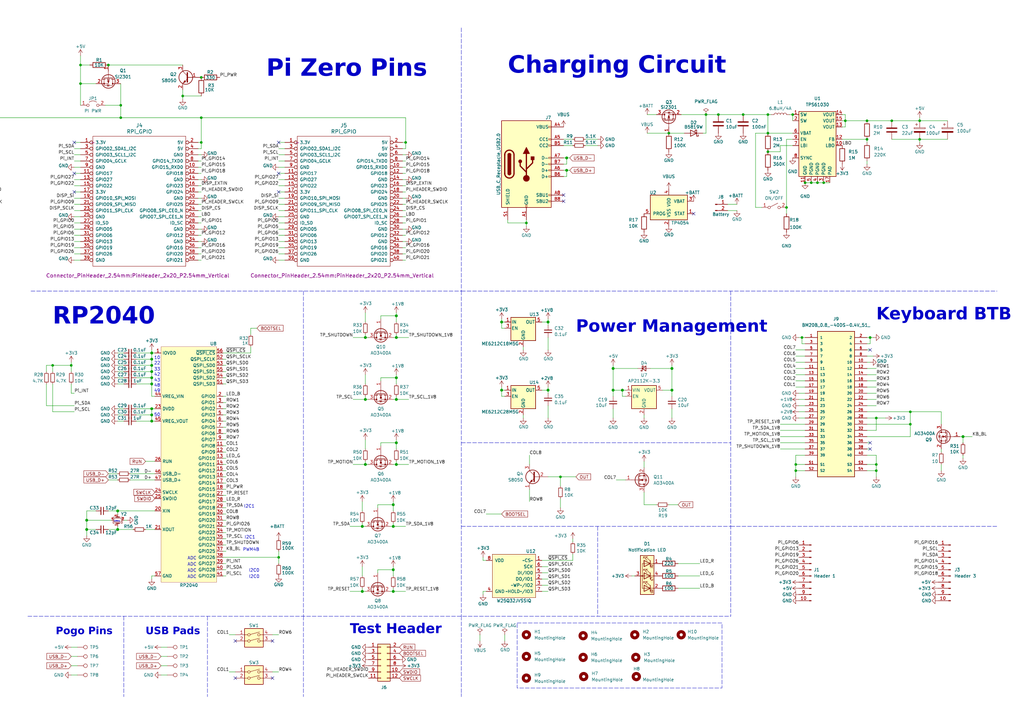
<source format=kicad_sch>
(kicad_sch (version 20231120) (generator "eeschema") (generator_version "8.0")
  (paper "A3")
  (title_block (title "Beepy") (date "2023-04-21") (rev "1.0") (comment 1 "CERN Open Hardware Licence v1.2") (comment 2 "https://github.com/sqfmi/beepy-hardware") (comment 3 "Designed by SQFMI"))
  (lib_symbols
    (symbol "BM20B_0.8_-40DS-0.4V_51_:BM20B_0.8_-40DS-0.4V_51_" (pin_names (offset 1.016))
      (property "Reference" "J" (at -7.62 29.21 0))
      (property "Value" "BM20B_0.8_-40DS-0.4V_51_" (at -11.43 -35.56 0))
      (symbol "BM20B_0.8_-40DS-0.4V_51__0_0"
        (pin passive line (at -12.7 25.4 0) (length 5.08) (name "1") (number "1"))
        (pin passive line (at 12.7 15.24 180) (length 5.08) (name "10") (number "10"))
        (pin passive line (at -12.7 12.7 0) (length 5.08) (name "11") (number "11"))
        (pin passive line (at 12.7 12.7 180) (length 5.08) (name "12") (number "12"))
        (pin passive line (at -12.7 10.16 0) (length 5.08) (name "13") (number "13"))
        (pin passive line (at 12.7 10.16 180) (length 5.08) (name "14") (number "14"))
        (pin passive line (at -12.7 7.62 0) (length 5.08) (name "15") (number "15"))
        (pin passive line (at 12.7 7.62 180) (length 5.08) (name "16") (number "16"))
        (pin passive line (at -12.7 5.08 0) (length 5.08) (name "17") (number "17"))
        (pin passive line (at 12.7 5.08 180) (length 5.08) (name "18") (number "18"))
        (pin passive line (at -12.7 2.54 0) (length 5.08) (name "19") (number "19"))
        (pin passive line (at 12.7 25.4 180) (length 5.08) (name "2") (number "2"))
        (pin passive line (at 12.7 2.54 180) (length 5.08) (name "20") (number "20"))
        (pin passive line (at -12.7 0 0) (length 5.08) (name "21") (number "21"))
        (pin passive line (at 12.7 0 180) (length 5.08) (name "22") (number "22"))
        (pin passive line (at -12.7 -2.54 0) (length 5.08) (name "23") (number "23"))
        (pin passive line (at 12.7 -2.54 180) (length 5.08) (name "24") (number "24"))
        (pin passive line (at -12.7 -5.08 0) (length 5.08) (name "25") (number "25"))
        (pin passive line (at 12.7 -5.08 180) (length 5.08) (name "26") (number "26"))
        (pin passive line (at -12.7 -7.62 0) (length 5.08) (name "27") (number "27"))
        (pin passive line (at 12.7 -7.62 180) (length 5.08) (name "28") (number "28"))
        (pin passive line (at -12.7 -10.16 0) (length 5.08) (name "29") (number "29"))
        (pin passive line (at -12.7 22.86 0) (length 5.08) (name "3") (number "3"))
        (pin passive line (at 12.7 -10.16 180) (length 5.08) (name "30") (number "30"))
        (pin passive line (at -12.7 -12.7 0) (length 5.08) (name "31") (number "31"))
        (pin passive line (at 12.7 -12.7 180) (length 5.08) (name "32") (number "32"))
        (pin passive line (at -12.7 -15.24 0) (length 5.08) (name "33") (number "33"))
        (pin passive line (at 12.7 -15.24 180) (length 5.08) (name "34") (number "34"))
        (pin passive line (at -12.7 -17.78 0) (length 5.08) (name "35") (number "35"))
        (pin passive line (at 12.7 -17.78 180) (length 5.08) (name "36") (number "36"))
        (pin passive line (at -12.7 -20.32 0) (length 5.08) (name "37") (number "37"))
        (pin passive line (at 12.7 -20.32 180) (length 5.08) (name "38") (number "38"))
        (pin passive line (at -12.7 -22.86 0) (length 5.08) (name "39") (number "39"))
        (pin passive line (at 12.7 22.86 180) (length 5.08) (name "4") (number "4"))
        (pin passive line (at 12.7 -22.86 180) (length 5.08) (name "40") (number "40"))
        (pin passive line (at -12.7 20.32 0) (length 5.08) (name "5") (number "5"))
        (pin passive line (at 12.7 20.32 180) (length 5.08) (name "6") (number "6"))
        (pin passive line (at -12.7 17.78 0) (length 5.08) (name "7") (number "7"))
        (pin passive line (at 12.7 17.78 180) (length 5.08) (name "8") (number "8"))
        (pin passive line (at -12.7 15.24 0) (length 5.08) (name "9") (number "9"))
      )
      (symbol "BM20B_0.8_-40DS-0.4V_51__1_0"
        (pin passive line (at -12.7 -26.67 0) (length 5.08) (name "S1") (number "S1"))
        (pin passive line (at -12.7 -29.21 0) (length 5.08) (name "S2") (number "S2"))
        (pin passive line (at 12.7 -26.67 180) (length 5.08) (name "S3") (number "S3"))
        (pin passive line (at 12.7 -29.21 180) (length 5.08) (name "S4") (number "S4"))
      )
    )
    (symbol "Battery_Management:MCP73831-2-OT" (pin_names (offset 1.016))
      (property "Reference" "U" (at -7.62 6.35 0))
      (property "Value" "MCP73831-2-OT" (at 1.27 6.35 0))
      (symbol "MCP73831-2-OT_1_1"
        (pin output line (at 10.16 -2.54 180) (length 2.54) (name "STAT") (number "1"))
        (pin power_in line (at 0 -7.62 90) (length 2.54) (name "VSS") (number "2"))
        (pin power_out line (at 10.16 2.54 180) (length 2.54) (name "VBAT") (number "3"))
        (pin power_in line (at 0 7.62 270) (length 2.54) (name "VDD") (number "4"))
        (pin input line (at -10.16 -2.54 0) (length 2.54) (name "PROG") (number "5"))
      )
    )
    (symbol "Connector-ML:RPi_GPIO" (pin_names (offset 1.016))
      (property "Reference" "J" (at 19.05 6.35 0))
      (property "Value" "RPi_GPIO" (at 19.05 3.81 0))
      (symbol "RPi_GPIO_1_1"
        (pin power_in inverted (at -5.08 0 0) (length 5.08) (name "3.3V") (number "1"))
        (pin bidirectional inverted (at 43.18 -10.16 180) (length 5.08) (name "GPIO15_RXD0") (number "10"))
        (pin bidirectional inverted (at -5.08 -12.7 0) (length 5.08) (name "GPIO17") (number "11"))
        (pin bidirectional inverted (at 43.18 -12.7 180) (length 5.08) (name "GPIO18") (number "12"))
        (pin bidirectional inverted (at -5.08 -15.24 0) (length 5.08) (name "GPIO27") (number "13"))
        (pin power_in inverted (at 43.18 -15.24 180) (length 5.08) (name "GND") (number "14"))
        (pin bidirectional inverted (at -5.08 -17.78 0) (length 5.08) (name "GPIO22") (number "15"))
        (pin bidirectional inverted (at 43.18 -17.78 180) (length 5.08) (name "GPIO23") (number "16"))
        (pin power_in inverted (at -5.08 -20.32 0) (length 5.08) (name "3.3V") (number "17"))
        (pin bidirectional inverted (at 43.18 -20.32 180) (length 5.08) (name "GPIO24") (number "18"))
        (pin bidirectional inverted (at -5.08 -22.86 0) (length 5.08) (name "GPIO10_SPI_MOSI") (number "19"))
        (pin power_in inverted (at 43.18 0 180) (length 5.08) (name "5V") (number "2"))
        (pin power_in inverted (at 43.18 -22.86 180) (length 5.08) (name "GND") (number "20"))
        (pin bidirectional inverted (at -5.08 -25.4 0) (length 5.08) (name "GPIO09_SPI_MISO") (number "21"))
        (pin bidirectional inverted (at 43.18 -25.4 180) (length 5.08) (name "GPIO25") (number "22"))
        (pin bidirectional inverted (at -5.08 -27.94 0) (length 5.08) (name "GPIO11_SPI_CLK") (number "23"))
        (pin bidirectional inverted (at 43.18 -27.94 180) (length 5.08) (name "GPIO08_SPI_CE0_N") (number "24"))
        (pin power_in inverted (at -5.08 -30.48 0) (length 5.08) (name "GND") (number "25"))
        (pin bidirectional inverted (at 43.18 -30.48 180) (length 5.08) (name "GPIO07_SPI_CE1_N") (number "26"))
        (pin bidirectional inverted (at -5.08 -33.02 0) (length 5.08) (name "ID_SD") (number "27"))
        (pin bidirectional inverted (at 43.18 -33.02 180) (length 5.08) (name "ID_SC") (number "28"))
        (pin bidirectional inverted (at -5.08 -35.56 0) (length 5.08) (name "GPIO05") (number "29"))
        (pin bidirectional inverted (at -5.08 -2.54 0) (length 5.08) (name "GPIO02_SDA1_I2C") (number "3"))
        (pin power_in inverted (at 43.18 -35.56 180) (length 5.08) (name "GND") (number "30"))
        (pin bidirectional inverted (at -5.08 -38.1 0) (length 5.08) (name "GPIO06") (number "31"))
        (pin bidirectional inverted (at 43.18 -38.1 180) (length 5.08) (name "GPIO12") (number "32"))
        (pin bidirectional inverted (at -5.08 -40.64 0) (length 5.08) (name "GPIO13") (number "33"))
        (pin power_in inverted (at 43.18 -40.64 180) (length 5.08) (name "GND") (number "34"))
        (pin bidirectional inverted (at -5.08 -43.18 0) (length 5.08) (name "GPIO19") (number "35"))
        (pin bidirectional inverted (at 43.18 -43.18 180) (length 5.08) (name "GPIO16") (number "36"))
        (pin bidirectional inverted (at -5.08 -45.72 0) (length 5.08) (name "GPIO26") (number "37"))
        (pin bidirectional inverted (at 43.18 -45.72 180) (length 5.08) (name "GPIO20") (number "38"))
        (pin power_in inverted (at -5.08 -48.26 0) (length 5.08) (name "GND") (number "39"))
        (pin power_in inverted (at 43.18 -2.54 180) (length 5.08) (name "5V") (number "4"))
        (pin bidirectional inverted (at 43.18 -48.26 180) (length 5.08) (name "GPIO21") (number "40"))
        (pin bidirectional inverted (at -5.08 -5.08 0) (length 5.08) (name "GPIO03_SCL1_I2C") (number "5"))
        (pin power_in inverted (at 43.18 -5.08 180) (length 5.08) (name "GND") (number "6"))
        (pin bidirectional inverted (at -5.08 -7.62 0) (length 5.08) (name "GPIO04_GCLK") (number "7"))
        (pin bidirectional inverted (at 43.18 -7.62 180) (length 5.08) (name "GPIO14_TXD0") (number "8"))
        (pin power_in inverted (at -5.08 -10.16 0) (length 5.08) (name "GND") (number "9"))
      )
    )
    (symbol "Connector:Conn_01x02_Male" (pin_names (offset 1.016) hide)
      (property "Reference" "J" (at 0 2.54 0))
      (property "Value" "Conn_01x02_Male" (at 0 -5.08 0))
      (symbol "Conn_01x02_Male_1_1"
        (pin passive line (at 5.08 0 180) (length 3.81) (name "Pin_1") (number "1"))
        (pin passive line (at 5.08 -2.54 180) (length 3.81) (name "Pin_2") (number "2"))
      )
    )
    (symbol "Connector:Conn_01x10_Male" (pin_names (offset 1.016) hide)
      (property "Reference" "J" (at 0 12.7 0))
      (property "Value" "Conn_01x10_Male" (at 0 -15.24 0))
      (symbol "Conn_01x10_Male_1_1"
        (pin passive line (at 5.08 10.16 180) (length 3.81) (name "Pin_1") (number "1"))
        (pin passive line (at 5.08 -12.7 180) (length 3.81) (name "Pin_10") (number "10"))
        (pin passive line (at 5.08 7.62 180) (length 3.81) (name "Pin_2") (number "2"))
        (pin passive line (at 5.08 5.08 180) (length 3.81) (name "Pin_3") (number "3"))
        (pin passive line (at 5.08 2.54 180) (length 3.81) (name "Pin_4") (number "4"))
        (pin passive line (at 5.08 0 180) (length 3.81) (name "Pin_5") (number "5"))
        (pin passive line (at 5.08 -2.54 180) (length 3.81) (name "Pin_6") (number "6"))
        (pin passive line (at 5.08 -5.08 180) (length 3.81) (name "Pin_7") (number "7"))
        (pin passive line (at 5.08 -7.62 180) (length 3.81) (name "Pin_8") (number "8"))
        (pin passive line (at 5.08 -10.16 180) (length 3.81) (name "Pin_9") (number "9"))
      )
    )
    (symbol "Connector:TestPoint" (pin_numbers hide) (pin_names (offset 0.762) hide)
      (property "Reference" "TP" (at 0 6.858 0))
      (property "Value" "TestPoint" (at 0 5.08 0))
      (symbol "TestPoint_1_1"
        (pin passive line (at 0 0 90) (length 2.54) (name "1") (number "1"))
      )
    )
    (symbol "Connector:USB_C_Receptacle_USB2.0" (pin_names (offset 1.016))
      (property "Reference" "J" (at -10.16 19.05 0))
      (property "Value" "USB_C_Receptacle_USB2.0" (at 19.05 19.05 0))
      (symbol "USB_C_Receptacle_USB2.0_1_1"
        (pin passive line (at 0 -22.86 90) (length 5.08) (name "GND") (number "A1"))
        (pin passive line (at 0 -22.86 90) (length 5.08) hide (name "GND") (number "A12"))
        (pin passive line (at 15.24 15.24 180) (length 5.08) (name "VBUS") (number "A4"))
        (pin bidirectional line (at 15.24 10.16 180) (length 5.08) (name "CC1") (number "A5"))
        (pin bidirectional line (at 15.24 -2.54 180) (length 5.08) (name "D+") (number "A6"))
        (pin bidirectional line (at 15.24 2.54 180) (length 5.08) (name "D-") (number "A7"))
        (pin bidirectional line (at 15.24 -12.7 180) (length 5.08) (name "SBU1") (number "A8"))
        (pin passive line (at 15.24 15.24 180) (length 5.08) hide (name "VBUS") (number "A9"))
        (pin passive line (at 0 -22.86 90) (length 5.08) hide (name "GND") (number "B1"))
        (pin passive line (at 0 -22.86 90) (length 5.08) hide (name "GND") (number "B12"))
        (pin passive line (at 15.24 15.24 180) (length 5.08) hide (name "VBUS") (number "B4"))
        (pin bidirectional line (at 15.24 7.62 180) (length 5.08) (name "CC2") (number "B5"))
        (pin bidirectional line (at 15.24 -5.08 180) (length 5.08) (name "D+") (number "B6"))
        (pin bidirectional line (at 15.24 0 180) (length 5.08) (name "D-") (number "B7"))
        (pin bidirectional line (at 15.24 -15.24 180) (length 5.08) (name "SBU2") (number "B8"))
        (pin passive line (at 15.24 15.24 180) (length 5.08) hide (name "VBUS") (number "B9"))
        (pin passive line (at -7.62 -22.86 90) (length 5.08) (name "SHIELD") (number "S1"))
      )
    )
    (symbol "Connector_Generic:Conn_02x06_Odd_Even" (pin_names (offset 1.016) hide)
      (property "Reference" "J" (at 1.27 7.62 0))
      (property "Value" "Conn_02x06_Odd_Even" (at 1.27 -10.16 0))
      (symbol "Conn_02x06_Odd_Even_1_1"
        (pin passive line (at -5.08 5.08 0) (length 3.81) (name "Pin_1") (number "1"))
        (pin passive line (at 7.62 -5.08 180) (length 3.81) (name "Pin_10") (number "10"))
        (pin passive line (at -5.08 -7.62 0) (length 3.81) (name "Pin_11") (number "11"))
        (pin passive line (at 7.62 -7.62 180) (length 3.81) (name "Pin_12") (number "12"))
        (pin passive line (at 7.62 5.08 180) (length 3.81) (name "Pin_2") (number "2"))
        (pin passive line (at -5.08 2.54 0) (length 3.81) (name "Pin_3") (number "3"))
        (pin passive line (at 7.62 2.54 180) (length 3.81) (name "Pin_4") (number "4"))
        (pin passive line (at -5.08 0 0) (length 3.81) (name "Pin_5") (number "5"))
        (pin passive line (at 7.62 0 180) (length 3.81) (name "Pin_6") (number "6"))
        (pin passive line (at -5.08 -2.54 0) (length 3.81) (name "Pin_7") (number "7"))
        (pin passive line (at 7.62 -2.54 180) (length 3.81) (name "Pin_8") (number "8"))
        (pin passive line (at -5.08 -5.08 0) (length 3.81) (name "Pin_9") (number "9"))
      )
    )
    (symbol "Device:C" (pin_numbers hide) (pin_names (offset 0.254))
      (property "Reference" "C" (at 0.635 2.54 0))
      (property "Value" "C" (at 0.635 -2.54 0))
      (symbol "C_1_1"
        (pin passive line (at 0 3.81 270) (length 2.794) (name "~") (number "1"))
        (pin passive line (at 0 -3.81 90) (length 2.794) (name "~") (number "2"))
      )
    )
    (symbol "Device:C_Polarized" (pin_numbers hide) (pin_names (offset 0.254))
      (property "Reference" "C" (at 0.635 2.54 0))
      (property "Value" "C_Polarized" (at 0.635 -2.54 0))
      (symbol "C_Polarized_1_1"
        (pin passive line (at 0 3.81 270) (length 2.794) (name "~") (number "1"))
        (pin passive line (at 0 -3.81 90) (length 2.794) (name "~") (number "2"))
      )
    )
    (symbol "Device:C_Small" (pin_numbers hide) (pin_names (offset 0.254) hide)
      (property "Reference" "C" (at 0.254 1.778 0))
      (property "Value" "C_Small" (at 0.254 -2.032 0))
      (symbol "C_Small_1_1"
        (pin passive line (at 0 2.54 270) (length 2.032) (name "~") (number "1"))
        (pin passive line (at 0 -2.54 90) (length 2.032) (name "~") (number "2"))
      )
    )
    (symbol "Device:Crystal_GND24_Small" (pin_names (offset 1.016) hide)
      (property "Reference" "Y" (at 1.27 4.445 0))
      (property "Value" "Crystal_GND24_Small" (at 1.27 2.54 0))
      (symbol "Crystal_GND24_Small_1_1"
        (pin passive line (at -2.54 0 0) (length 1.27) (name "1") (number "1"))
        (pin passive line (at 0 -2.54 90) (length 0.635) (name "2") (number "2"))
        (pin passive line (at 2.54 0 180) (length 1.27) (name "3") (number "3"))
        (pin passive line (at 0 2.54 270) (length 0.635) (name "4") (number "4"))
      )
    )
    (symbol "Device:D_Schottky" (pin_numbers hide) (pin_names (offset 1.016) hide)
      (property "Reference" "D" (at 0 2.54 0))
      (property "Value" "D_Schottky" (at 0 -2.54 0))
      (symbol "D_Schottky_1_1"
        (pin passive line (at -3.81 0 0) (length 2.54) (name "K") (number "1"))
        (pin passive line (at 3.81 0 180) (length 2.54) (name "A") (number "2"))
      )
    )
    (symbol "Device:D_Schottky_Small" (pin_numbers hide) (pin_names (offset 0.254) hide)
      (property "Reference" "D" (at -1.27 2.032 0))
      (property "Value" "D_Schottky_Small" (at -7.112 -2.032 0))
      (symbol "D_Schottky_Small_1_1"
        (pin passive line (at -2.54 0 0) (length 1.778) (name "K") (number "1"))
        (pin passive line (at 2.54 0 180) (length 1.778) (name "A") (number "2"))
      )
    )
    (symbol "Device:L" (pin_numbers hide) (pin_names (offset 1.016) hide)
      (property "Reference" "L" (at -1.27 0 90))
      (property "Value" "L" (at 1.905 0 90))
      (symbol "L_1_1"
        (pin passive line (at 0 3.81 270) (length 1.27) (name "1") (number "1"))
        (pin passive line (at 0 -3.81 90) (length 1.27) (name "2") (number "2"))
      )
    )
    (symbol "Device:LED_RBAG" (pin_names (offset 0) hide)
      (property "Reference" "D" (at 0 9.398 0))
      (property "Value" "LED_RBAG" (at 0 -8.89 0))
      (symbol "LED_RBAG_0_0"
        (text "B" (at -1.905 -6.35 0) (effects (font (size 1.27 1.27))))
        (text "G" (at -1.905 -1.27 0) (effects (font (size 1.27 1.27))))
        (text "R" (at -1.905 3.81 0) (effects (font (size 1.27 1.27))))
      )
      (symbol "LED_RBAG_1_1"
        (pin passive line (at -5.08 5.08 0) (length 2.54) (name "RK") (number "1"))
        (pin passive line (at -5.08 -5.08 0) (length 2.54) (name "BK") (number "2"))
        (pin passive line (at 5.08 0 180) (length 2.54) (name "A") (number "3"))
        (pin passive line (at -5.08 0 0) (length 2.54) (name "GK") (number "4"))
      )
    )
    (symbol "Device:Q_NPN_BEC" (pin_names (offset 0) hide)
      (property "Reference" "Q" (at 5.08 1.27 0))
      (property "Value" "Q_NPN_BEC" (at 5.08 -1.27 0))
      (symbol "Q_NPN_BEC_1_1"
        (pin input line (at -5.08 0 0) (length 5.715) (name "B") (number "1"))
        (pin passive line (at 2.54 -5.08 90) (length 2.54) (name "E") (number "2"))
        (pin passive line (at 2.54 5.08 270) (length 2.54) (name "C") (number "3"))
      )
    )
    (symbol "Device:R" (pin_numbers hide) (pin_names (offset 0))
      (property "Reference" "R" (at 2.032 0 90))
      (property "Value" "R" (at 0 0 90))
      (symbol "R_1_1"
        (pin passive line (at 0 3.81 270) (length 1.27) (name "~") (number "1"))
        (pin passive line (at 0 -3.81 90) (length 1.27) (name "~") (number "2"))
      )
    )
    (symbol "Device:R_Small" (pin_numbers hide) (pin_names (offset 0.254) hide)
      (property "Reference" "R" (at 0.762 0.508 0))
      (property "Value" "R_Small" (at 0.762 -1.016 0))
      (symbol "R_Small_1_1"
        (pin passive line (at 0 2.54 270) (length 0.762) (name "~") (number "1"))
        (pin passive line (at 0 -2.54 90) (length 0.762) (name "~") (number "2"))
      )
    )
    (symbol "Jumper:Jumper_2_Open" (pin_names (offset 0) hide)
      (property "Reference" "JP" (at 0 2.794 0))
      (property "Value" "Jumper_2_Open" (at 0 -2.286 0))
      (symbol "Jumper_2_Open_1_1"
        (pin passive line (at -5.08 0 0) (length 2.54) (name "A") (number "1"))
        (pin passive line (at 5.08 0 180) (length 2.54) (name "B") (number "2"))
      )
    )
    (symbol "MCU_RaspberryPi:RP2040"
      (property "Reference" "U" (at 11.43 1.27 0))
      (property "Value" "RP2040" (at 0 -97.79 0))
      (symbol "RP2040_0_0"
        (pin power_in line (at -13.97 -2.54 0) (length 2.54) (name "IOVDD") (number "1"))
        (pin passive line (at -13.97 -2.54 0) (length 2.54) hide (name "IOVDD") (number "10"))
        (pin bidirectional line (at 13.97 -40.64 180) (length 2.54) (name "GPIO8") (number "11"))
        (pin bidirectional line (at 13.97 -20.32 180) (length 2.54) (name "GPIO0") (number "2"))
        (pin bidirectional line (at 13.97 -22.86 180) (length 2.54) (name "GPIO1") (number "3"))
        (pin bidirectional line (at 13.97 -25.4 180) (length 2.54) (name "GPIO2") (number "4"))
        (pin bidirectional line (at 13.97 -27.94 180) (length 2.54) (name "GPIO3") (number "5"))
        (pin bidirectional line (at 13.97 -30.48 180) (length 2.54) (name "GPIO4") (number "6"))
        (pin bidirectional line (at 13.97 -33.02 180) (length 2.54) (name "GPIO5") (number "7"))
        (pin bidirectional line (at 13.97 -35.56 180) (length 2.54) (name "GPIO6") (number "8"))
        (pin bidirectional line (at 13.97 -38.1 180) (length 2.54) (name "GPIO7") (number "9"))
      )
      (symbol "RP2040_1_1"
        (pin bidirectional line (at 13.97 -43.18 180) (length 2.54) (name "GPIO9") (number "12"))
        (pin bidirectional line (at 13.97 -45.72 180) (length 2.54) (name "GPIO10") (number "13"))
        (pin bidirectional line (at 13.97 -48.26 180) (length 2.54) (name "GPIO11") (number "14"))
        (pin bidirectional line (at 13.97 -50.8 180) (length 2.54) (name "GPIO12") (number "15"))
        (pin bidirectional line (at 13.97 -53.34 180) (length 2.54) (name "GPIO13") (number "16"))
        (pin bidirectional line (at 13.97 -55.88 180) (length 2.54) (name "GPIO14") (number "17"))
        (pin bidirectional line (at 13.97 -58.42 180) (length 2.54) (name "GPIO15") (number "18"))
        (pin passive line (at -13.97 -93.98 0) (length 2.54) hide (name "TESTEN") (number "19"))
        (pin input line (at -13.97 -67.31 0) (length 2.54) (name "XIN") (number "20"))
        (pin output line (at -13.97 -74.93 0) (length 2.54) (name "XOUT") (number "21"))
        (pin passive line (at -13.97 -2.54 0) (length 2.54) hide (name "IOVDD") (number "22"))
        (pin power_in line (at -13.97 -25.4 0) (length 2.54) (name "DVDD") (number "23"))
        (pin input line (at -13.97 -59.69 0) (length 2.54) (name "SWCLK") (number "24"))
        (pin bidirectional line (at -13.97 -62.23 0) (length 2.54) (name "SWDIO") (number "25"))
        (pin input line (at -13.97 -46.99 0) (length 2.54) (name "RUN") (number "26"))
        (pin bidirectional line (at 13.97 -60.96 180) (length 2.54) (name "GPIO16") (number "27"))
        (pin bidirectional line (at 13.97 -63.5 180) (length 2.54) (name "GPIO17") (number "28"))
        (pin bidirectional line (at 13.97 -66.04 180) (length 2.54) (name "GPIO18") (number "29"))
        (pin bidirectional line (at 13.97 -68.58 180) (length 2.54) (name "GPIO19") (number "30"))
        (pin bidirectional line (at 13.97 -71.12 180) (length 2.54) (name "GPIO20") (number "31"))
        (pin bidirectional line (at 13.97 -73.66 180) (length 2.54) (name "GPIO21") (number "32"))
        (pin passive line (at -13.97 -2.54 0) (length 2.54) hide (name "IOVDD") (number "33"))
        (pin bidirectional line (at 13.97 -76.2 180) (length 2.54) (name "GPIO22") (number "34"))
        (pin bidirectional line (at 13.97 -78.74 180) (length 2.54) (name "GPIO23") (number "35"))
        (pin bidirectional line (at 13.97 -81.28 180) (length 2.54) (name "GPIO24") (number "36"))
        (pin bidirectional line (at 13.97 -83.82 180) (length 2.54) (name "GPIO25") (number "37"))
        (pin bidirectional line (at 13.97 -86.36 180) (length 2.54) (name "GPIO26") (number "38"))
        (pin bidirectional line (at 13.97 -88.9 180) (length 2.54) (name "GPIO27") (number "39"))
        (pin bidirectional line (at 13.97 -91.44 180) (length 2.54) (name "GPIO28") (number "40"))
        (pin bidirectional line (at 13.97 -93.98 180) (length 2.54) (name "GPIO29") (number "41"))
        (pin passive line (at -13.97 -2.54 0) (length 2.54) hide (name "IOVDD") (number "42"))
        (pin passive line (at -13.97 -2.54 0) (length 2.54) hide (name "ADC_AVDD") (number "43"))
        (pin power_in line (at -13.97 -20.32 0) (length 2.54) (name "VREG_VIN") (number "44"))
        (pin power_out line (at -13.97 -30.48 0) (length 2.54) (name "VREG_VOUT") (number "45"))
        (pin bidirectional line (at -13.97 -52.07 0) (length 2.54) (name "USB_D-") (number "46"))
        (pin bidirectional line (at -13.97 -54.61 0) (length 2.54) (name "USB_D+") (number "47"))
        (pin passive line (at -13.97 -2.54 0) (length 2.54) hide (name "USB_VDD") (number "48"))
        (pin passive line (at -13.97 -2.54 0) (length 2.54) hide (name "IOVDD") (number "49"))
        (pin passive line (at -13.97 -25.4 0) (length 2.54) hide (name "DVDD") (number "50"))
        (pin bidirectional line (at 13.97 -15.24 180) (length 2.54) (name "QSPI_SD3") (number "51"))
        (pin output line (at 13.97 -5.08 180) (length 2.54) (name "QSPI_SCLK") (number "52"))
        (pin bidirectional line (at 13.97 -7.62 180) (length 2.54) (name "QSPI_SD0") (number "53"))
        (pin bidirectional line (at 13.97 -12.7 180) (length 2.54) (name "QSPI_SD2") (number "54"))
        (pin bidirectional line (at 13.97 -10.16 180) (length 2.54) (name "QSPI_SD1") (number "55"))
        (pin input line (at 13.97 -2.54 180) (length 2.54) (name "~{QSPI_CS}") (number "56"))
        (pin power_in line (at -13.97 -93.98 0) (length 2.54) (name "GND") (number "57"))
      )
    )
    (symbol "Mechanical:MountingHole" (pin_names (offset 1.016))
      (property "Reference" "H" (at 0 5.08 0))
      (property "Value" "MountingHole" (at 0 3.175 0))
    )
    (symbol "Memory_Flash_Extra:W25Q64JV" (pin_names (offset 1.016))
      (property "Reference" "U" (at 8.89 10.16 0))
      (property "Value" "W25Q64JV" (at 0 -10.16 0))
      (symbol "W25Q64JV_1_1"
        (pin input line (at 11.43 6.35 180) (length 2.54) (name "~CS~") (number "1"))
        (pin bidirectional line (at 11.43 -1.27 180) (length 2.54) (name "DO/IO1") (number "2"))
        (pin bidirectional line (at 11.43 -3.81 180) (length 2.54) (name "~WP~/IO2") (number "3"))
        (pin power_in line (at -11.43 -6.35 0) (length 2.54) (name "GND") (number "4"))
        (pin bidirectional line (at 11.43 1.27 180) (length 2.54) (name "DI/IO0") (number "5"))
        (pin input line (at 11.43 3.81 180) (length 2.54) (name "SCK") (number "6"))
        (pin bidirectional line (at 11.43 -6.35 180) (length 2.54) (name "~HOLD~/IO3") (number "7"))
        (pin power_in line (at -11.43 6.35 0) (length 2.54) (name "VDD") (number "8"))
        (pin passive line (at -11.43 -6.35 0) (length 2.54) hide (name "GND") (number "9"))
      )
    )
    (symbol "Regulator_Linear:AP2112K-3.3" (pin_names (offset 0.254))
      (property "Reference" "U" (at -5.08 5.715 0))
      (property "Value" "AP2112K-3.3" (at 0 5.715 0))
      (symbol "AP2112K-3.3_1_1"
        (pin power_in line (at -7.62 2.54 0) (length 2.54) (name "VIN") (number "1"))
        (pin power_in line (at 0 -7.62 90) (length 2.54) (name "GND") (number "2"))
        (pin input line (at -7.62 0 0) (length 2.54) (name "EN") (number "3"))
        (pin no_connect line (at 5.08 0 180) (length 2.54) hide (name "NC") (number "4"))
        (pin power_out line (at 7.62 2.54 180) (length 2.54) (name "VOUT") (number "5"))
      )
    )
    (symbol "Regulator_Linear:TLV71209_SOT23-5" (pin_names (offset 0.254))
      (property "Reference" "U" (at -3.81 5.715 0))
      (property "Value" "TLV71209_SOT23-5" (at 0 5.715 0))
      (symbol "TLV71209_SOT23-5_1_1"
        (pin power_in line (at -7.62 2.54 0) (length 2.54) (name "IN") (number "1"))
        (pin power_in line (at 0 -7.62 90) (length 2.54) (name "GND") (number "2"))
        (pin input line (at -7.62 0 0) (length 2.54) (name "EN") (number "3"))
        (pin no_connect line (at 5.08 0 180) (length 2.54) hide (name "NC") (number "4"))
        (pin power_out line (at 7.62 2.54 180) (length 2.54) (name "OUT") (number "5"))
      )
    )
    (symbol "Switch:SW_DIP_x02" (pin_names (offset 0) hide)
      (property "Reference" "SW" (at 0 6.35 0))
      (property "Value" "SW_DIP_x02" (at 0 -3.81 0))
      (symbol "SW_DIP_x02_1_1"
        (pin passive line (at -7.62 2.54 0) (length 5.08) (name "~") (number "1"))
        (pin passive line (at -7.62 0 0) (length 5.08) (name "~") (number "2"))
        (pin passive line (at 7.62 0 180) (length 5.08) (name "~") (number "3"))
        (pin passive line (at 7.62 2.54 180) (length 5.08) (name "~") (number "4"))
      )
    )
    (symbol "Switch:SW_SPST" (pin_names (offset 0) hide)
      (property "Reference" "SW" (at 0 3.175 0))
      (property "Value" "SW_SPST" (at 0 -2.54 0))
      (symbol "SW_SPST_1_1"
        (pin passive line (at -5.08 0 0) (length 2.54) (name "A") (number "1"))
        (pin passive line (at 5.08 0 180) (length 2.54) (name "B") (number "2"))
      )
    )
    (symbol "Transistor_BJT:S8050" (pin_names (offset 0) hide)
      (property "Reference" "Q" (at 5.08 1.905 0))
      (property "Value" "S8050" (at 5.08 0 0))
      (symbol "S8050_1_1"
        (pin passive line (at 2.54 -5.08 90) (length 2.54) (name "E") (number "1"))
        (pin input line (at -5.08 0 0) (length 5.08) (name "B") (number "2"))
        (pin passive line (at 2.54 5.08 270) (length 2.54) (name "C") (number "3"))
      )
    )
    (symbol "Transistor_FET:AO3400A" (pin_names hide)
      (property "Reference" "Q" (at 5.08 1.905 0))
      (property "Value" "AO3400A" (at 5.08 0 0))
      (symbol "AO3400A_1_1"
        (pin input line (at -5.08 0 0) (length 2.54) (name "G") (number "1"))
        (pin passive line (at 2.54 -5.08 90) (length 2.54) (name "S") (number "2"))
        (pin passive line (at 2.54 5.08 270) (length 2.54) (name "D") (number "3"))
      )
    )
    (symbol "Transistor_FET:DMG2301L" (pin_names hide)
      (property "Reference" "Q" (at 5.08 1.905 0))
      (property "Value" "DMG2301L" (at 5.08 0 0))
      (symbol "DMG2301L_1_1"
        (pin input line (at -5.08 0 0) (length 2.54) (name "G") (number "1"))
        (pin passive line (at 2.54 -5.08 90) (length 2.54) (name "S") (number "2"))
        (pin passive line (at 2.54 5.08 270) (length 2.54) (name "D") (number "3"))
      )
    )
    (symbol "Transistor_FET:FDN340P" (pin_names hide)
      (property "Reference" "Q" (at 5.08 1.905 0))
      (property "Value" "FDN340P" (at 5.08 0 0))
      (symbol "FDN340P_1_1"
        (pin input line (at -5.08 0 0) (length 2.54) (name "G") (number "1"))
        (pin passive line (at 2.54 -5.08 90) (length 2.54) (name "S") (number "2"))
        (pin passive line (at 2.54 5.08 270) (length 2.54) (name "D") (number "3"))
      )
    )
    (symbol "beepy:TPS61090"
      (property "Reference" "U2" (at 0 19.304 0))
      (property "Value" "TPS61090" (at 0 16.764 0))
      (symbol "TPS61090_0_0"
        (pin passive line (at -10.16 12.7 0) (length 2.54) (name "SW") (number "1"))
        (pin open_collector line (at 10.16 0 180) (length 2.54) (name "LBO") (number "10"))
        (pin power_in line (at -5.08 -15.24 90) (length 2.54) (name "GND") (number "11"))
        (pin input line (at 10.16 2.54 180) (length 2.54) (name "FB") (number "12"))
        (pin passive line (at 10.16 7.62 180) (length 2.54) (name "VOUT") (number "13"))
        (pin power_out line (at 10.16 12.7 180) (length 2.54) (name "VOUT") (number "14"))
        (pin passive line (at 10.16 10.16 180) (length 2.54) (name "VOUT") (number "15"))
        (pin no_connect line (at 10.16 -5.08 180) (length 2.54) hide (name "NC") (number "16"))
        (pin power_in line (at 5.08 -15.24 90) (length 2.54) (name "PAD") (number "17"))
        (pin passive line (at -10.16 10.16 0) (length 2.54) (name "SW") (number "2"))
        (pin power_in line (at 2.54 -15.24 90) (length 2.54) (name "PGND") (number "3"))
        (pin power_in line (at 0 -15.24 90) (length 2.54) (name "PGND") (number "4"))
        (pin power_in line (at -2.54 -15.24 90) (length 2.54) (name "PGND") (number "5"))
        (pin power_in line (at -10.16 5.08 0) (length 2.54) (name "VBAT") (number "6"))
        (pin input line (at -10.16 0 0) (length 2.54) (name "LBI") (number "7"))
        (pin input line (at -10.16 -5.08 0) (length 2.54) (name "SYNC") (number "8"))
        (pin input line (at -10.16 2.54 0) (length 2.54) (name "EN") (number "9"))
      )
    )
    (symbol "power:+1V8" (power) (pin_names (offset 0))
      (property "Value" "+1V8" (at 0 3.556 0))
      (symbol "+1V8_1_1"
        (pin power_in line (at 0 0 90) (length 0) hide (name "+1V8") (number "1"))
      )
    )
    (symbol "power:+2V8" (power) (pin_names (offset 0))
      (property "Value" "+2V8" (at 0 3.556 0))
      (symbol "+2V8_1_1"
        (pin power_in line (at 0 0 90) (length 0) hide (name "+2V8") (number "1"))
      )
    )
    (symbol "power:+3.3V" (power) (pin_names (offset 0))
      (property "Value" "+3.3V" (at 0 3.556 0))
      (symbol "+3.3V_1_1"
        (pin power_in line (at 0 0 90) (length 0) hide (name "+3V3") (number "1"))
      )
    )
    (symbol "power:+5V" (power) (pin_names (offset 0))
      (property "Value" "+5V" (at 0 3.556 0))
      (symbol "+5V_1_1"
        (pin power_in line (at 0 0 90) (length 0) hide (name "+5V") (number "1"))
      )
    )
    (symbol "power:+BATT" (power) (pin_names (offset 0))
      (property "Value" "+BATT" (at 0 3.556 0))
      (symbol "+BATT_1_1"
        (pin power_in line (at 0 0 90) (length 0) hide (name "+BATT") (number "1"))
      )
    )
    (symbol "power:GND" (power) (pin_names (offset 0))
      (property "Value" "GND" (at 0 -3.81 0))
      (symbol "GND_1_1"
        (pin power_in line (at 0 0 270) (length 0) hide (name "GND") (number "1"))
      )
    )
    (symbol "power:PWR_FLAG" (power) (pin_numbers hide) (pin_names (offset 0) hide)
      (property "Value" "PWR_FLAG" (at 0 3.81 0))
      (symbol "PWR_FLAG_0_0"
        (pin power_out line (at 0 0 90) (length 0) (name "pwr") (number "1"))
      )
    )
    (symbol "power:VBUS" (power) (pin_names (offset 0))
      (property "Value" "VBUS" (at 0 3.81 0))
      (symbol "VBUS_1_1"
        (pin power_in line (at 0 0 90) (length 0) hide (name "VBUS") (number "1"))
      )
    )
  )
  (junction (at 49.53 48.26))
  (junction (at 82.55 48.26))
  (junction (at 326.39 193.04))
  (junction (at 373.38 168.91))
  (junction (at 294.64 46.99))
  (junction (at 149.86 190.5) (diameter 1.016))
  (junction (at 162.56 163.83) (diameter 1.016))
  (junction (at 359.41 171.45))
  (junction (at 365.76 49.53))
  (junction (at 162.56 154.94) (diameter 1.016))
  (junction (at 49.53 43.18))
  (junction (at 326.39 190.5))
  (junction (at 328.93 138.43))
  (junction (at 325.12 46.99))
  (junction (at 161.29 207.01) (diameter 1.016))
  (junction (at 162.56 138.43) (diameter 1.016))
  (junction (at 62.23 157.48) (diameter 1.016))
  (junction (at 337.82 74.93))
  (junction (at 355.6 57.15))
  (junction (at 62.23 172.72) (diameter 1.016))
  (junction (at 35.56 213.36) (diameter 1.016))
  (junction (at 251.46 151.13) (diameter 1.016))
  (junction (at 275.59 160.02) (diameter 1.016))
  (junction (at 205.74 132.08) (diameter 1.016))
  (junction (at 304.8 46.99))
  (junction (at 359.41 193.04))
  (junction (at 373.38 173.99))
  (junction (at 232.41 69.85) (diameter 1.016))
  (junction (at 166.37 58.42))
  (junction (at 29.21 149.86))
  (junction (at 229.87 195.58))
  (junction (at 289.56 46.99))
  (junction (at 251.46 160.02) (diameter 1.016))
  (junction (at 377.19 49.53))
  (junction (at 62.23 167.64) (diameter 1.016))
  (junction (at 394.97 179.07) (diameter 1.016))
  (junction (at 275.59 151.13) (diameter 1.016))
  (junction (at 162.56 181.61) (diameter 1.016))
  (junction (at 44.45 26.67))
  (junction (at 148.59 215.9) (diameter 1.016))
  (junction (at 74.93 39.37))
  (junction (at 335.28 74.93))
  (junction (at 148.59 242.57) (diameter 1.016))
  (junction (at 359.41 190.5))
  (junction (at 149.86 138.43) (diameter 1.016))
  (junction (at 314.96 46.99))
  (junction (at 35.56 217.17) (diameter 1.016))
  (junction (at 62.23 154.94) (diameter 1.016))
  (junction (at 205.74 160.02) (diameter 1.016))
  (junction (at 62.23 144.78) (diameter 1.016))
  (junction (at 274.32 54.61))
  (junction (at 232.41 64.77) (diameter 1.016))
  (junction (at 356.87 138.43))
  (junction (at 48.26 209.55) (diameter 1.016))
  (junction (at 82.55 31.75))
  (junction (at 149.86 163.83) (diameter 1.016))
  (junction (at 62.23 170.18) (diameter 1.016))
  (junction (at 114.3 228.6))
  (junction (at 255.27 160.02) (diameter 1.016))
  (junction (at 332.74 74.93))
  (junction (at 62.23 147.32) (diameter 1.016))
  (junction (at 377.19 57.15))
  (junction (at 33.02 26.67))
  (junction (at 224.79 160.02) (diameter 1.016))
  (junction (at 314.96 54.61))
  (junction (at 48.26 217.17) (diameter 1.016))
  (junction (at -16.51 58.42))
  (junction (at 314.96 62.23))
  (junction (at 33.02 34.29))
  (junction (at 82.55 58.42))
  (junction (at 21.59 149.86))
  (junction (at 161.29 215.9) (diameter 1.016))
  (junction (at 161.29 242.57) (diameter 1.016))
  (junction (at 215.9 91.44))
  (junction (at 62.23 149.86) (diameter 1.016))
  (junction (at 330.2 74.93))
  (junction (at 355.6 49.53))
  (junction (at 161.29 233.68) (diameter 1.016))
  (junction (at 162.56 190.5) (diameter 1.016))
  (junction (at 322.58 85.09))
  (junction (at 346.71 49.53))
  (junction (at 162.56 129.54) (diameter 1.016))
  (junction (at 62.23 152.4) (diameter 1.016))
  (junction (at 224.79 132.08) (diameter 1.016))
  (no_connect (at -68.58 58.42))
  (no_connect (at 30.48 78.74))
  (no_connect (at 30.48 58.42))
  (no_connect (at 114.3 71.12))
  (no_connect (at 114.3 78.74))
  (no_connect (at 356.87 143.51))
  (no_connect (at 231.14 80.01))
  (no_connect (at 30.48 71.12))
  (no_connect (at -68.58 78.74))
  (no_connect (at 96.52 262.89))
  (no_connect (at 356.87 184.15))
  (no_connect (at 284.48 87.63))
  (no_connect (at 356.87 181.61))
  (no_connect (at 114.3 58.42))
  (no_connect (at 231.14 82.55))
  (no_connect (at 111.76 262.89))
  (no_connect (at -68.58 71.12))
  (no_connect (at 111.76 278.13))
  (no_connect (at 96.52 278.13))
  (wire (pts (xy 165.1 60.96) (xy 166.37 60.96)))
  (wire (pts (xy -68.58 91.44) (xy -66.04 91.44)))
  (wire (pts (xy 325.12 54.61) (xy 314.96 54.61)))
  (wire (pts (xy 48.26 144.78) (xy 50.8 144.78)))
  (wire (pts (xy 30.48 66.04) (xy 33.02 66.04)))
  (wire (pts (xy 55.88 170.18) (xy 62.23 170.18)))
  (wire (pts (xy 327.66 163.83) (xy 330.2 163.83)))
  (wire (pts (xy 81.28 83.82) (xy 82.55 83.82)))
  (wire (pts (xy 48.26 209.55) (xy 63.5 209.55)))
  (wire (pts (xy 62.23 147.32) (xy 62.23 149.86)))
  (wire (pts (xy 165.1 106.68) (xy 166.37 106.68)))
  (wire (pts (xy 196.85 262.89) (xy 196.85 260.35)))
  (wire (pts (xy 81.28 78.74) (xy 82.55 78.74)))
  (wire (pts (xy 91.44 185.42) (xy 92.71 185.42)))
  (wire (pts (xy 105.41 134.62) (xy 102.87 134.62)))
  (wire (pts (xy 148.59 241.3) (xy 148.59 242.57)))
  (wire (pts (xy 44.45 196.85) (xy 48.26 196.85)))
  (wire (pts (xy 81.28 58.42) (xy 82.55 58.42)))
  (wire (pts (xy -17.78 104.14) (xy -16.51 104.14)))
  (wire (pts (xy 45.72 213.36) (xy 35.56 213.36)))
  (wire (pts (xy 345.44 52.07) (xy 346.71 52.07)))
  (wire (pts (xy 91.44 205.74) (xy 92.71 205.74)))
  (wire (pts (xy 66.04 269.24) (xy 68.58 269.24)))
  (wire (pts (xy 165.1 81.28) (xy 166.37 81.28)))
  (wire (pts (xy 161.29 138.43) (xy 162.56 138.43)))
  (wire (pts (xy 91.44 220.98) (xy 92.71 220.98)))
  (wire (pts (xy 35.56 209.55) (xy 39.37 209.55)))
  (wire (pts (xy -17.78 68.58) (xy -16.51 68.58)))
  (wire (pts (xy 30.48 73.66) (xy 33.02 73.66)))
  (wire (pts (xy 335.28 74.93) (xy 337.82 74.93)))
  (polyline (pts (xy 189.23 11.43) (xy 189.23 119.38)) (stroke (width 0) (type dash)))
  (wire (pts (xy 49.53 34.29) (xy 49.53 43.18)))
  (wire (pts (xy 91.44 195.58) (xy 92.71 195.58)))
  (wire (pts (xy 82.55 48.26) (xy 82.55 58.42)))
  (wire (pts (xy 156.21 129.54) (xy 162.56 129.54)))
  (polyline (pts (xy 245.11 215.9) (xy 245.11 252.73)) (stroke (width 0) (type dash)))
  (wire (pts (xy 29.21 265.43) (xy 31.75 265.43)))
  (wire (pts (xy 91.44 144.78) (xy 102.87 144.78)))
  (wire (pts (xy 82.55 58.42) (xy 82.55 60.96)))
  (wire (pts (xy 30.48 93.98) (xy 33.02 93.98)))
  (wire (pts (xy 44.45 209.55) (xy 48.26 209.55)))
  (wire (pts (xy -16.51 48.26) (xy -16.51 58.42)))
  (wire (pts (xy 91.44 210.82) (xy 92.71 210.82)))
  (wire (pts (xy 346.71 46.99) (xy 345.44 46.99)))
  (wire (pts (xy 21.59 149.86) (xy 21.59 152.4)))
  (wire (pts (xy -68.58 81.28) (xy -66.04 81.28)))
  (wire (pts (xy 156.21 130.81) (xy 156.21 129.54)))
  (wire (pts (xy 359.41 190.5) (xy 359.41 186.69)))
  (wire (pts (xy 326.39 193.04) (xy 330.2 193.04)))
  (wire (pts (xy 81.28 66.04) (xy 82.55 66.04)))
  (wire (pts (xy 161.29 214.63) (xy 161.29 215.9)))
  (wire (pts (xy 233.68 64.77) (xy 232.41 64.77)))
  (wire (pts (xy 62.23 170.18) (xy 62.23 167.64)))
  (wire (pts (xy 289.56 54.61) (xy 288.29 54.61)))
  (wire (pts (xy 92.71 152.4) (xy 91.44 152.4)))
  (wire (pts (xy 35.56 217.17) (xy 35.56 219.71)))
  (wire (pts (xy -68.58 104.14) (xy -66.04 104.14)))
  (wire (pts (xy 217.17 200.66) (xy 217.17 205.74)))
  (wire (pts (xy 149.86 180.34) (xy 149.86 184.15)))
  (wire (pts (xy 66.04 273.05) (xy 68.58 273.05)))
  (polyline (pts (xy 299.72 215.9) (xy 408.94 215.9)) (stroke (width 0) (type dash)))
  (wire (pts (xy 30.48 60.96) (xy 33.02 60.96)))
  (wire (pts (xy 198.12 229.87) (xy 198.12 228.6)))
  (wire (pts (xy -68.58 83.82) (xy -66.04 83.82)))
  (wire (pts (xy 91.44 187.96) (xy 92.71 187.96)))
  (wire (pts (xy 217.17 186.69) (xy 217.17 190.5)))
  (wire (pts (xy 50.8 213.36) (xy 52.07 213.36)))
  (wire (pts (xy 205.74 210.82) (xy 199.39 210.82)))
  (wire (pts (xy 81.28 106.68) (xy 82.55 106.68)))
  (wire (pts (xy 74.93 40.64) (xy 74.93 39.37)))
  (wire (pts (xy 19.05 152.4) (xy 19.05 149.86)))
  (wire (pts (xy 251.46 160.02) (xy 251.46 162.56)))
  (wire (pts (xy 111.76 260.35) (xy 114.3 260.35)))
  (wire (pts (xy 149.86 190.5) (xy 144.78 190.5)))
  (wire (pts (xy -17.78 81.28) (xy -16.51 81.28)))
  (wire (pts (xy 229.87 195.58) (xy 229.87 199.39)))
  (wire (pts (xy 320.04 181.61) (xy 330.2 181.61)))
  (wire (pts (xy 314.96 54.61) (xy 314.96 46.99)))
  (wire (pts (xy 358.14 138.43) (xy 356.87 138.43)))
  (wire (pts (xy -68.58 106.68) (xy -66.04 106.68)))
  (wire (pts (xy 373.38 168.91) (xy 386.08 168.91)))
  (wire (pts (xy 91.44 170.18) (xy 92.71 170.18)))
  (wire (pts (xy 165.1 101.6) (xy 166.37 101.6)))
  (wire (pts (xy 320.04 62.23) (xy 320.04 59.69)))
  (wire (pts (xy 166.37 242.57) (xy 161.29 242.57)))
  (wire (pts (xy -16.51 48.26) (xy 49.53 48.26)))
  (wire (pts (xy 205.74 134.62) (xy 205.74 132.08)))
  (wire (pts (xy -68.58 76.2) (xy -66.04 76.2)))
  (wire (pts (xy 208.28 91.44) (xy 215.9 91.44)))
  (wire (pts (xy 166.37 48.26) (xy 166.37 58.42)))
  (wire (pts (xy 161.29 232.41) (xy 161.29 233.68)))
  (wire (pts (xy 62.23 154.94) (xy 62.23 157.48)))
  (wire (pts (xy -16.51 58.42) (xy -16.51 60.96)))
  (wire (pts (xy 328.93 138.43) (xy 330.2 138.43)))
  (wire (pts (xy 30.48 101.6) (xy 33.02 101.6)))
  (wire (pts (xy 207.01 260.35) (xy 207.01 262.89)))
  (wire (pts (xy 161.29 241.3) (xy 161.29 242.57)))
  (wire (pts (xy 63.5 162.56) (xy 62.23 162.56)))
  (wire (pts (xy 326.39 148.59) (xy 330.2 148.59)))
  (wire (pts (xy 327.66 171.45) (xy 330.2 171.45)))
  (wire (pts (xy -17.78 63.5) (xy -16.51 63.5)))
  (wire (pts (xy 162.56 180.34) (xy 162.56 181.61)))
  (wire (pts (xy 62.23 144.78) (xy 63.5 144.78)))
  (wire (pts (xy 359.41 193.04) (xy 355.6 193.04)))
  (wire (pts (xy 345.44 57.15) (xy 355.6 57.15)))
  (wire (pts (xy 240.03 59.69) (xy 245.11 59.69)))
  (wire (pts (xy 304.8 46.99) (xy 314.96 46.99)))
  (wire (pts (xy 161.29 207.01) (xy 161.29 209.55)))
  (wire (pts (xy 114.3 76.2) (xy 116.84 76.2)))
  (wire (pts (xy 148.59 205.74) (xy 148.59 209.55)))
  (wire (pts (xy 81.28 93.98) (xy 82.55 93.98)))
  (wire (pts (xy 264.16 189.23) (xy 264.16 191.77)))
  (wire (pts (xy 224.79 133.35) (xy 224.79 132.08)))
  (wire (pts (xy 325.12 46.99) (xy 325.12 49.53)))
  (wire (pts (xy 91.44 213.36) (xy 92.71 213.36)))
  (wire (pts (xy 48.26 172.72) (xy 50.8 172.72)))
  (wire (pts (xy 231.14 64.77) (xy 232.41 64.77)))
  (wire (pts (xy 214.63 142.24) (xy 214.63 143.51)))
  (wire (pts (xy 21.59 149.86) (xy 29.21 149.86)))
  (wire (pts (xy -68.58 78.74) (xy -66.04 78.74)))
  (wire (pts (xy 55.88 154.94) (xy 62.23 154.94)))
  (wire (pts (xy 91.44 226.06) (xy 92.71 226.06)))
  (wire (pts (xy 222.25 160.02) (xy 224.79 160.02)))
  (wire (pts (xy 355.6 168.91) (xy 373.38 168.91)))
  (wire (pts (xy 19.05 157.48) (xy 19.05 166.37)))
  (wire (pts (xy 81.28 88.9) (xy 82.55 88.9)))
  (wire (pts (xy -68.58 58.42) (xy -66.04 58.42)))
  (wire (pts (xy 355.6 166.37) (xy 359.41 166.37)))
  (wire (pts (xy 207.01 162.56) (xy 205.74 162.56)))
  (wire (pts (xy 224.79 161.29) (xy 224.79 160.02)))
  (wire (pts (xy 365.76 49.53) (xy 377.19 49.53)))
  (wire (pts (xy 234.95 229.87) (xy 234.95 227.33)))
  (wire (pts (xy 161.29 233.68) (xy 161.29 236.22)))
  (wire (pts (xy 149.86 189.23) (xy 149.86 190.5)))
  (wire (pts (xy 355.6 158.75) (xy 359.41 158.75)))
  (wire (pts (xy 165.1 58.42) (xy 166.37 58.42)))
  (wire (pts (xy 355.6 163.83) (xy 359.41 163.83)))
  (wire (pts (xy 337.82 74.93) (xy 340.36 74.93)))
  (wire (pts (xy 323.85 46.99) (xy 325.12 46.99)))
  (wire (pts (xy 355.6 161.29) (xy 359.41 161.29)))
  (wire (pts (xy -17.78 73.66) (xy -16.51 73.66)))
  (wire (pts (xy 19.05 166.37) (xy 30.48 166.37)))
  (wire (pts (xy 260.35 236.22) (xy 259.08 236.22)))
  (wire (pts (xy 114.3 96.52) (xy 116.84 96.52)))
  (wire (pts (xy -17.78 99.06) (xy -16.51 99.06)))
  (wire (pts (xy 114.3 71.12) (xy 116.84 71.12)))
  (polyline (pts (xy 85.09 252.73) (xy 85.09 285.75)) (stroke (width 0) (type dash)))
  (wire (pts (xy 359.41 171.45) (xy 363.22 171.45)))
  (wire (pts (xy 162.56 153.67) (xy 162.56 154.94)))
  (wire (pts (xy 255.27 162.56) (xy 255.27 160.02)))
  (wire (pts (xy -17.78 88.9) (xy -16.51 88.9)))
  (wire (pts (xy 53.34 194.31) (xy 63.5 194.31)))
  (wire (pts (xy 265.43 46.99) (xy 269.24 46.99)))
  (wire (pts (xy 330.2 74.93) (xy 332.74 74.93)))
  (wire (pts (xy 44.45 26.67) (xy 74.93 26.67)))
  (wire (pts (xy 165.1 86.36) (xy 166.37 86.36)))
  (wire (pts (xy 356.87 138.43) (xy 355.6 138.43)))
  (wire (pts (xy 154.94 234.95) (xy 154.94 233.68)))
  (wire (pts (xy 114.3 91.44) (xy 116.84 91.44)))
  (wire (pts (xy 30.48 99.06) (xy 33.02 99.06)))
  (wire (pts (xy 359.41 190.5) (xy 355.6 190.5)))
  (wire (pts (xy 66.04 276.86) (xy 68.58 276.86)))
  (wire (pts (xy -17.78 93.98) (xy -16.51 93.98)))
  (wire (pts (xy 207.01 134.62) (xy 205.74 134.62)))
  (wire (pts (xy 102.87 144.78) (xy 102.87 142.24)))
  (wire (pts (xy 252.73 196.85) (xy 256.54 196.85)))
  (wire (pts (xy 222.25 234.95) (xy 224.79 234.95)))
  (wire (pts (xy 91.44 182.88) (xy 92.71 182.88)))
  (wire (pts (xy 322.58 57.15) (xy 322.58 85.09)))
  (wire (pts (xy 21.59 157.48) (xy 21.59 168.91)))
  (polyline (pts (xy 50.8 252.73) (xy 50.8 285.75)) (stroke (width 0) (type dash)))
  (wire (pts (xy 198.12 242.57) (xy 198.12 243.84)))
  (wire (pts (xy -68.58 88.9) (xy -66.04 88.9)))
  (wire (pts (xy 48.26 147.32) (xy 50.8 147.32)))
  (wire (pts (xy 251.46 167.64) (xy 251.46 171.45)))
  (wire (pts (xy 156.21 181.61) (xy 162.56 181.61)))
  (wire (pts (xy 114.3 81.28) (xy 116.84 81.28)))
  (wire (pts (xy -68.58 99.06) (xy -66.04 99.06)))
  (wire (pts (xy 205.74 132.08) (xy 207.01 132.08)))
  (wire (pts (xy 49.53 48.26) (xy 82.55 48.26)))
  (wire (pts (xy 393.7 179.07) (xy 394.97 179.07)))
  (wire (pts (xy 266.7 151.13) (xy 275.59 151.13)))
  (wire (pts (xy 265.43 54.61) (xy 274.32 54.61)))
  (wire (pts (xy 33.02 26.67) (xy 36.83 26.67)))
  (wire (pts (xy 30.48 104.14) (xy 33.02 104.14)))
  (wire (pts (xy 33.02 34.29) (xy 39.37 34.29)))
  (wire (pts (xy 114.3 86.36) (xy 116.84 86.36)))
  (wire (pts (xy 346.71 46.99) (xy 346.71 49.53)))
  (wire (pts (xy 320.04 173.99) (xy 330.2 173.99)))
  (wire (pts (xy 91.44 162.56) (xy 92.71 162.56)))
  (wire (pts (xy 355.6 179.07) (xy 373.38 179.07)))
  (wire (pts (xy 114.3 226.06) (xy 114.3 228.6)))
  (wire (pts (xy 165.1 78.74) (xy 166.37 78.74)))
  (wire (pts (xy 29.21 161.29) (xy 30.48 161.29)))
  (polyline (pts (xy 189.23 119.38) (xy 189.23 252.73)) (stroke (width 0) (type dash)))
  (wire (pts (xy 59.69 217.17) (xy 63.5 217.17)))
  (wire (pts (xy 215.9 91.44) (xy 215.9 90.17)))
  (wire (pts (xy -17.78 83.82) (xy -16.51 83.82)))
  (polyline (pts (xy 299.72 119.38) (xy 299.72 252.73)) (stroke (width 0) (type dash)))
  (wire (pts (xy 287.02 236.22) (xy 278.13 236.22)))
  (wire (pts (xy 274.32 207.01) (xy 278.13 207.01)))
  (wire (pts (xy 326.39 193.04) (xy 326.39 190.5)))
  (wire (pts (xy -68.58 68.58) (xy -66.04 68.58)))
  (wire (pts (xy 165.1 104.14) (xy 166.37 104.14)))
  (wire (pts (xy 35.56 209.55) (xy 35.56 213.36)))
  (wire (pts (xy 19.05 149.86) (xy 21.59 149.86)))
  (wire (pts (xy 33.02 34.29) (xy 33.02 43.18)))
  (wire (pts (xy 48.26 215.9) (xy 48.26 217.17)))
  (wire (pts (xy 365.76 57.15) (xy 377.19 57.15)))
  (wire (pts (xy 320.04 176.53) (xy 330.2 176.53)))
  (wire (pts (xy 355.6 153.67) (xy 359.41 153.67)))
  (wire (pts (xy 148.59 215.9) (xy 143.51 215.9)))
  (wire (pts (xy 62.23 149.86) (xy 62.23 152.4)))
  (wire (pts (xy -17.78 91.44) (xy -16.51 91.44)))
  (wire (pts (xy 224.79 158.75) (xy 224.79 160.02)))
  (wire (pts (xy 114.3 58.42) (xy 116.84 58.42)))
  (wire (pts (xy 214.63 170.18) (xy 214.63 171.45)))
  (wire (pts (xy 256.54 162.56) (xy 255.27 162.56)))
  (wire (pts (xy 81.28 104.14) (xy 82.55 104.14)))
  (wire (pts (xy 251.46 151.13) (xy 251.46 160.02)))
  (wire (pts (xy 55.88 172.72) (xy 62.23 172.72)))
  (wire (pts (xy 81.28 86.36) (xy 82.55 86.36)))
  (wire (pts (xy 114.3 83.82) (xy 116.84 83.82)))
  (polyline (pts (xy 11.43 252.73) (xy 299.72 252.73)) (stroke (width 0) (type dash)))
  (wire (pts (xy 328.93 140.97) (xy 328.93 138.43)))
  (wire (pts (xy 165.1 71.12) (xy 166.37 71.12)))
  (wire (pts (xy 59.69 189.23) (xy 63.5 189.23)))
  (wire (pts (xy 309.88 54.61) (xy 309.88 85.09)))
  (wire (pts (xy 55.88 152.4) (xy 62.23 152.4)))
  (wire (pts (xy 35.56 217.17) (xy 39.37 217.17)))
  (wire (pts (xy -68.58 66.04) (xy -66.04 66.04)))
  (wire (pts (xy 43.18 43.18) (xy 49.53 43.18)))
  (wire (pts (xy 151.13 163.83) (xy 149.86 163.83)))
  (wire (pts (xy 355.6 58.42) (xy 355.6 57.15)))
  (wire (pts (xy 356.87 148.59) (xy 355.6 148.59)))
  (wire (pts (xy 30.48 83.82) (xy 33.02 83.82)))
  (wire (pts (xy 55.88 167.64) (xy 62.23 167.64)))
  (wire (pts (xy -68.58 93.98) (xy -66.04 93.98)))
  (wire (pts (xy 33.02 26.67) (xy 33.02 34.29)))
  (wire (pts (xy 91.44 231.14) (xy 92.71 231.14)))
  (wire (pts (xy 240.03 57.15) (xy 245.11 57.15)))
  (wire (pts (xy 63.5 236.22) (xy 62.23 236.22)))
  (wire (pts (xy 355.6 67.31) (xy 355.6 66.04)))
  (wire (pts (xy 271.78 160.02) (xy 275.59 160.02)))
  (wire (pts (xy -17.78 86.36) (xy -16.51 86.36)))
  (wire (pts (xy 215.9 92.71) (xy 215.9 91.44)))
  (wire (pts (xy 320.04 179.07) (xy 330.2 179.07)))
  (wire (pts (xy 81.28 68.58) (xy 82.55 68.58)))
  (wire (pts (xy -17.78 76.2) (xy -16.51 76.2)))
  (wire (pts (xy 222.25 229.87) (xy 234.95 229.87)))
  (wire (pts (xy 231.14 57.15) (xy 234.95 57.15)))
  (wire (pts (xy 165.1 96.52) (xy 166.37 96.52)))
  (wire (pts (xy 48.26 152.4) (xy 50.8 152.4)))
  (wire (pts (xy 154.94 208.28) (xy 154.94 207.01)))
  (wire (pts (xy 165.1 93.98) (xy 166.37 93.98)))
  (wire (pts (xy 256.54 160.02) (xy 255.27 160.02)))
  (wire (pts (xy 62.23 172.72) (xy 63.5 172.72)))
  (wire (pts (xy 30.48 91.44) (xy 33.02 91.44)))
  (wire (pts (xy 48.26 149.86) (xy 50.8 149.86)))
  (wire (pts (xy 386.08 190.5) (xy 386.08 193.04)))
  (wire (pts (xy 251.46 151.13) (xy 251.46 149.86)))
  (wire (pts (xy 355.6 181.61) (xy 356.87 181.61)))
  (wire (pts (xy 30.48 68.58) (xy 33.02 68.58)))
  (wire (pts (xy 222.25 132.08) (xy 224.79 132.08)))
  (wire (pts (xy 326.39 186.69) (xy 330.2 186.69)))
  (wire (pts (xy 154.94 207.01) (xy 161.29 207.01)))
  (wire (pts (xy 30.48 81.28) (xy 33.02 81.28)))
  (wire (pts (xy 232.41 67.31) (xy 232.41 64.77)))
  (wire (pts (xy 55.88 149.86) (xy 62.23 149.86)))
  (wire (pts (xy 81.28 63.5) (xy 82.55 63.5)))
  (wire (pts (xy 327.66 168.91) (xy 330.2 168.91)))
  (wire (pts (xy 327.66 161.29) (xy 330.2 161.29)))
  (wire (pts (xy 62.23 236.22) (xy 62.23 237.49)))
  (wire (pts (xy 327.66 166.37) (xy 330.2 166.37)))
  (wire (pts (xy 156.21 154.94) (xy 162.56 154.94)))
  (wire (pts (xy 377.19 57.15) (xy 388.62 57.15)))
  (wire (pts (xy 346.71 49.53) (xy 345.44 49.53)))
  (wire (pts (xy 114.3 68.58) (xy 116.84 68.58)))
  (wire (pts (xy 149.86 128.27) (xy 149.86 132.08)))
  (wire (pts (xy 91.44 180.34) (xy 92.71 180.34)))
  (wire (pts (xy 148.59 232.41) (xy 148.59 236.22)))
  (wire (pts (xy -17.78 71.12) (xy -16.51 71.12)))
  (wire (pts (xy 149.86 163.83) (xy 144.78 163.83)))
  (wire (pts (xy 91.44 165.1) (xy 92.71 165.1)))
  (wire (pts (xy 355.6 151.13) (xy 359.41 151.13)))
  (wire (pts (xy 394.97 187.96) (xy 394.97 186.69)))
  (wire (pts (xy 53.34 196.85) (xy 63.5 196.85)))
  (wire (pts (xy 92.71 200.66) (xy 91.44 200.66)))
  (polyline (pts (xy 189.23 215.9) (xy 299.72 215.9)) (stroke (width 0) (type dash)))
  (wire (pts (xy 82.55 48.26) (xy 166.37 48.26)))
  (wire (pts (xy 35.56 213.36) (xy 35.56 217.17)))
  (wire (pts (xy 359.41 176.53) (xy 359.41 171.45)))
  (wire (pts (xy 162.56 189.23) (xy 162.56 190.5)))
  (wire (pts (xy 92.71 154.94) (xy 91.44 154.94)))
  (wire (pts (xy 359.41 171.45) (xy 355.6 171.45)))
  (wire (pts (xy 205.74 158.75) (xy 205.74 160.02)))
  (wire (pts (xy 224.79 166.37) (xy 224.79 171.45)))
  (wire (pts (xy 394.97 179.07) (xy 394.97 181.61)))
  (wire (pts (xy 49.53 43.18) (xy 49.53 48.26)))
  (wire (pts (xy 29.21 269.24) (xy 31.75 269.24)))
  (wire (pts (xy 114.3 66.04) (xy 116.84 66.04)))
  (wire (pts (xy 165.1 63.5) (xy 166.37 63.5)))
  (wire (pts (xy 377.19 48.26) (xy 377.19 49.53)))
  (wire (pts (xy 91.44 236.22) (xy 92.71 236.22)))
  (wire (pts (xy 114.3 104.14) (xy 116.84 104.14)))
  (wire (pts (xy 114.3 78.74) (xy 116.84 78.74)))
  (wire (pts (xy 346.71 49.53) (xy 355.6 49.53)))
  (wire (pts (xy 224.79 195.58) (xy 229.87 195.58)))
  (wire (pts (xy 234.95 220.98) (xy 234.95 222.25)))
  (wire (pts (xy 149.86 215.9) (xy 148.59 215.9)))
  (wire (pts (xy 167.64 190.5) (xy 162.56 190.5)))
  (wire (pts (xy 222.25 237.49) (xy 224.79 237.49)))
  (wire (pts (xy -17.78 78.74) (xy -16.51 78.74)))
  (wire (pts (xy 91.44 190.5) (xy 92.71 190.5)))
  (polyline (pts (xy 189.23 119.38) (xy 408.94 119.38)) (stroke (width 0) (type dash)))
  (wire (pts (xy 81.28 91.44) (xy 82.55 91.44)))
  (wire (pts (xy 161.29 205.74) (xy 161.29 207.01)))
  (wire (pts (xy 356.87 140.97) (xy 356.87 138.43)))
  (wire (pts (xy 30.48 63.5) (xy 33.02 63.5)))
  (wire (pts (xy 274.32 54.61) (xy 280.67 54.61)))
  (wire (pts (xy 326.39 190.5) (xy 330.2 190.5)))
  (wire (pts (xy 30.48 78.74) (xy 33.02 78.74)))
  (wire (pts (xy 224.79 138.43) (xy 224.79 143.51)))
  (wire (pts (xy 111.76 275.59) (xy 114.3 275.59)))
  (wire (pts (xy -68.58 96.52) (xy -66.04 96.52)))
  (wire (pts (xy 166.37 215.9) (xy 161.29 215.9)))
  (wire (pts (xy 373.38 173.99) (xy 373.38 168.91)))
  (wire (pts (xy 62.23 157.48) (xy 62.23 162.56)))
  (wire (pts (xy -68.58 71.12) (xy -66.04 71.12)))
  (wire (pts (xy 326.39 158.75) (xy 330.2 158.75)))
  (wire (pts (xy 167.64 138.43) (xy 162.56 138.43)))
  (wire (pts (xy 92.71 157.48) (xy 91.44 157.48)))
  (wire (pts (xy 231.14 67.31) (xy 232.41 67.31)))
  (wire (pts (xy 55.88 157.48) (xy 62.23 157.48)))
  (wire (pts (xy 332.74 74.93) (xy 335.28 74.93)))
  (wire (pts (xy 275.59 160.02) (xy 275.59 162.56)))
  (wire (pts (xy 48.26 154.94) (xy 50.8 154.94)))
  (wire (pts (xy -17.78 58.42) (xy -16.51 58.42)))
  (wire (pts (xy 355.6 176.53) (xy 359.41 176.53)))
  (wire (pts (xy 29.21 273.05) (xy 31.75 273.05)))
  (wire (pts (xy 325.12 57.15) (xy 322.58 57.15)))
  (wire (pts (xy 355.6 184.15) (xy 356.87 184.15)))
  (wire (pts (xy 91.44 167.64) (xy 92.71 167.64)))
  (wire (pts (xy 160.02 215.9) (xy 161.29 215.9)))
  (wire (pts (xy 48.26 209.55) (xy 48.26 210.82)))
  (wire (pts (xy 62.23 167.64) (xy 63.5 167.64)))
  (wire (pts (xy -68.58 101.6) (xy -66.04 101.6)))
  (wire (pts (xy 264.16 207.01) (xy 269.24 207.01)))
  (wire (pts (xy 55.88 144.78) (xy 62.23 144.78)))
  (wire (pts (xy 81.28 71.12) (xy 82.55 71.12)))
  (wire (pts (xy 102.87 134.62) (xy 102.87 137.16)))
  (wire (pts (xy 205.74 130.81) (xy 205.74 132.08)))
  (wire (pts (xy 355.6 143.51) (xy 356.87 143.51)))
  (wire (pts (xy 48.26 167.64) (xy 50.8 167.64)))
  (wire (pts (xy 199.39 242.57) (xy 198.12 242.57)))
  (wire (pts (xy 160.02 242.57) (xy 161.29 242.57)))
  (wire (pts (xy 355.6 156.21) (xy 359.41 156.21)))
  (wire (pts (xy 326.39 146.05) (xy 330.2 146.05)))
  (wire (pts (xy 298.45 86.36) (xy 302.26 86.36)))
  (wire (pts (xy 314.96 62.23) (xy 320.04 62.23)))
  (wire (pts (xy 91.44 175.26) (xy 92.71 175.26)))
  (wire (pts (xy 167.64 163.83) (xy 162.56 163.83)))
  (wire (pts (xy 30.48 106.68) (xy 33.02 106.68)))
  (wire (pts (xy 30.48 58.42) (xy 33.02 58.42)))
  (wire (pts (xy 81.28 76.2) (xy 82.55 76.2)))
  (wire (pts (xy 309.88 54.61) (xy 314.96 54.61)))
  (wire (pts (xy 232.41 72.39) (xy 232.41 69.85)))
  (wire (pts (xy 114.3 63.5) (xy 116.84 63.5)))
  (wire (pts (xy 165.1 83.82) (xy 166.37 83.82)))
  (wire (pts (xy 162.56 137.16) (xy 162.56 138.43)))
  (wire (pts (xy -17.78 106.68) (xy -16.51 106.68)))
  (wire (pts (xy 91.44 198.12) (xy 92.71 198.12)))
  (wire (pts (xy 279.4 46.99) (xy 289.56 46.99)))
  (wire (pts (xy 30.48 71.12) (xy 33.02 71.12)))
  (wire (pts (xy 359.41 186.69) (xy 355.6 186.69)))
  (wire (pts (xy -17.78 101.6) (xy -16.51 101.6)))
  (wire (pts (xy 149.86 162.56) (xy 149.86 163.83)))
  (wire (pts (xy 62.23 143.51) (xy 62.23 144.78)))
  (wire (pts (xy 114.3 228.6) (xy 114.3 231.14)))
  (wire (pts (xy 162.56 181.61) (xy 162.56 184.15)))
  (wire (pts (xy 326.39 153.67) (xy 330.2 153.67)))
  (wire (pts (xy 320.04 59.69) (xy 325.12 59.69)))
  (wire (pts (xy 62.23 144.78) (xy 62.23 147.32)))
  (wire (pts (xy -68.58 86.36) (xy -66.04 86.36)))
  (wire (pts (xy 91.44 215.9) (xy 92.71 215.9)))
  (wire (pts (xy 358.14 146.05) (xy 355.6 146.05)))
  (wire (pts (xy 156.21 182.88) (xy 156.21 181.61)))
  (wire (pts (xy 81.28 96.52) (xy 82.55 96.52)))
  (wire (pts (xy 355.6 49.53) (xy 365.76 49.53)))
  (wire (pts (xy 232.41 69.85) (xy 233.68 69.85)))
  (wire (pts (xy 327.66 138.43) (xy 328.93 138.43)))
  (wire (pts (xy 149.86 242.57) (xy 148.59 242.57)))
  (wire (pts (xy 224.79 130.81) (xy 224.79 132.08)))
  (wire (pts (xy 30.48 96.52) (xy 33.02 96.52)))
  (wire (pts (xy 386.08 184.15) (xy 386.08 185.42)))
  (wire (pts (xy 208.28 90.17) (xy 208.28 91.44)))
  (wire (pts (xy 322.58 85.09) (xy 322.58 87.63)))
  (wire (pts (xy 346.71 49.53) (xy 346.71 52.07)))
  (polyline (pts (xy 12.7 119.38) (xy 189.23 119.38)) (stroke (width 0) (type dash)))
  (polyline (pts (xy 124.46 252.73) (xy 124.46 285.75)) (stroke (width 0) (type dash)))
  (wire (pts (xy 91.44 193.04) (xy 92.71 193.04)))
  (wire (pts (xy 81.28 73.66) (xy 82.55 73.66)))
  (wire (pts (xy 326.39 190.5) (xy 326.39 186.69)))
  (polyline (pts (xy 124.46 119.38) (xy 124.46 252.73)) (stroke (width 0) (type dash)))
  (wire (pts (xy 149.86 153.67) (xy 149.86 157.48)))
  (wire (pts (xy -68.58 73.66) (xy -66.04 73.66)))
  (wire (pts (xy 44.45 217.17) (xy 48.26 217.17)))
  (wire (pts (xy 231.14 69.85) (xy 232.41 69.85)))
  (wire (pts (xy 166.37 58.42) (xy 166.37 60.96)))
  (wire (pts (xy 162.56 154.94) (xy 162.56 157.48)))
  (wire (pts (xy 114.3 99.06) (xy 116.84 99.06)))
  (wire (pts (xy 289.56 46.99) (xy 289.56 54.61)))
  (wire (pts (xy 222.25 232.41) (xy 224.79 232.41)))
  (wire (pts (xy 81.28 99.06) (xy 82.55 99.06)))
  (wire (pts (xy 165.1 73.66) (xy 166.37 73.66)))
  (wire (pts (xy 91.44 223.52) (xy 92.71 223.52)))
  (wire (pts (xy 320.04 184.15) (xy 330.2 184.15)))
  (wire (pts (xy 231.14 59.69) (xy 234.95 59.69)))
  (wire (pts (xy 148.59 214.63) (xy 148.59 215.9)))
  (wire (pts (xy 91.44 203.2) (xy 92.71 203.2)))
  (wire (pts (xy 91.44 228.6) (xy 114.3 228.6)))
  (wire (pts (xy 355.6 173.99) (xy 373.38 173.99)))
  (wire (pts (xy 162.56 129.54) (xy 162.56 132.08)))
  (wire (pts (xy 29.21 148.59) (xy 29.21 149.86)))
  (wire (pts (xy 149.86 137.16) (xy 149.86 138.43)))
  (wire (pts (xy 205.74 160.02) (xy 207.01 160.02)))
  (wire (pts (xy 66.04 265.43) (xy 68.58 265.43)))
  (wire (pts (xy 162.56 128.27) (xy 162.56 129.54)))
  (wire (pts (xy 62.23 152.4) (xy 62.23 154.94)))
  (wire (pts (xy 287.02 241.3) (xy 278.13 241.3)))
  (wire (pts (xy 264.16 170.18) (xy 264.16 171.45)))
  (wire (pts (xy 229.87 195.58) (xy 236.22 195.58)))
  (wire (pts (xy -17.78 60.96) (xy -16.51 60.96)))
  (wire (pts (xy 231.14 72.39) (xy 232.41 72.39)))
  (wire (pts (xy 92.71 149.86) (xy 91.44 149.86)))
  (wire (pts (xy 62.23 172.72) (xy 62.23 170.18)))
  (wire (pts (xy 148.59 242.57) (xy 143.51 242.57)))
  (wire (pts (xy 355.6 140.97) (xy 356.87 140.97)))
  (wire (pts (xy 48.26 217.17) (xy 54.61 217.17)))
  (wire (pts (xy 199.39 229.87) (xy 198.12 229.87)))
  (wire (pts (xy 222.25 240.03) (xy 224.79 240.03)))
  (wire (pts (xy 261.62 151.13) (xy 251.46 151.13)))
  (wire (pts (xy 309.88 85.09) (xy 312.42 85.09)))
  (wire (pts (xy 287.02 231.14) (xy 278.13 231.14)))
  (wire (pts (xy 377.19 49.53) (xy 388.62 49.53)))
  (wire (pts (xy 165.1 68.58) (xy 166.37 68.58)))
  (wire (pts (xy 165.1 91.44) (xy 166.37 91.44)))
  (polyline (pts (xy 189.23 284.48) (xy 189.23 285.75)) (stroke (width 0) (type dash)))
  (wire (pts (xy 326.39 156.21) (xy 330.2 156.21)))
  (wire (pts (xy 205.74 162.56) (xy 205.74 160.02)))
  (wire (pts (xy 30.48 88.9) (xy 33.02 88.9)))
  (wire (pts (xy 294.64 46.99) (xy 304.8 46.99)))
  (wire (pts (xy 33.02 22.86) (xy 33.02 26.67)))
  (wire (pts (xy 359.41 195.58) (xy 359.41 193.04)))
  (polyline (pts (xy 189.23 252.73) (xy 189.23 284.48)) (stroke (width 0) (type dash)))
  (wire (pts (xy 81.28 101.6) (xy 82.55 101.6)))
  (wire (pts (xy 156.21 156.21) (xy 156.21 154.94)))
  (wire (pts (xy 264.16 201.93) (xy 264.16 207.01)))
  (wire (pts (xy 30.48 86.36) (xy 33.02 86.36)))
  (polyline (pts (xy 189.23 181.61) (xy 299.72 181.61)) (stroke (width 0) (type dash)))
  (wire (pts (xy 394.97 179.07) (xy 398.78 179.07)))
  (wire (pts (xy 29.21 157.48) (xy 29.21 161.29)))
  (wire (pts (xy 229.87 204.47) (xy 229.87 208.28)))
  (wire (pts (xy 82.55 39.37) (xy 74.93 39.37)))
  (wire (pts (xy 289.56 46.99) (xy 294.64 46.99)))
  (wire (pts (xy 151.13 190.5) (xy 149.86 190.5)))
  (wire (pts (xy 29.21 276.86) (xy 31.75 276.86)))
  (wire (pts (xy 161.29 190.5) (xy 162.56 190.5)))
  (wire (pts (xy 21.59 168.91) (xy 30.48 168.91)))
  (wire (pts (xy 149.86 138.43) (xy 144.78 138.43)))
  (wire (pts (xy 251.46 160.02) (xy 255.27 160.02)))
  (wire (pts (xy 91.44 208.28) (xy 92.71 208.28)))
  (wire (pts (xy 298.45 83.82) (xy 302.26 83.82)))
  (wire (pts (xy 55.88 147.32) (xy 62.23 147.32)))
  (wire (pts (xy 93.98 260.35) (xy 96.52 260.35)))
  (wire (pts (xy 74.93 36.83) (xy 74.93 39.37)))
  (wire (pts (xy 44.45 194.31) (xy 48.26 194.31)))
  (wire (pts (xy 81.28 81.28) (xy 82.55 81.28)))
  (wire (pts (xy 91.44 218.44) (xy 92.71 218.44)))
  (wire (pts (xy 222.25 242.57) (xy 224.79 242.57)))
  (wire (pts (xy 330.2 140.97) (xy 328.93 140.97)))
  (wire (pts (xy 165.1 66.04) (xy 166.37 66.04)))
  (wire (pts (xy 92.71 147.32) (xy 91.44 147.32)))
  (wire (pts (xy 93.98 275.59) (xy 96.52 275.59)))
  (wire (pts (xy 359.41 193.04) (xy 359.41 190.5)))
  (wire (pts (xy 162.56 162.56) (xy 162.56 163.83)))
  (wire (pts (xy 114.3 106.68) (xy 116.84 106.68)))
  (wire (pts (xy 30.48 76.2) (xy 33.02 76.2)))
  (wire (pts (xy 377.19 58.42) (xy 377.19 57.15)))
  (wire (pts (xy 275.59 151.13) (xy 275.59 160.02)))
  (wire (pts (xy 91.44 172.72) (xy 92.71 172.72)))
  (wire (pts (xy -68.58 63.5) (xy -66.04 63.5)))
  (wire (pts (xy 373.38 179.07) (xy 373.38 173.99)))
  (wire (pts (xy 326.39 195.58) (xy 326.39 193.04)))
  (wire (pts (xy 165.1 76.2) (xy 166.37 76.2)))
  (wire (pts (xy 386.08 168.91) (xy 386.08 173.99)))
  (wire (pts (xy 29.21 149.86) (xy 29.21 152.4)))
  (wire (pts (xy 114.3 101.6) (xy 116.84 101.6)))
  (wire (pts (xy 154.94 233.68) (xy 161.29 233.68)))
  (wire (pts (xy 165.1 99.06) (xy 166.37 99.06)))
  (wire (pts (xy 326.39 143.51) (xy 330.2 143.51)))
  (wire (pts (xy 326.39 151.13) (xy 330.2 151.13)))
  (wire (pts (xy 91.44 233.68) (xy 92.71 233.68)))
  (wire (pts (xy 275.59 149.86) (xy 275.59 151.13)))
  (wire (pts (xy 151.13 138.43) (xy 149.86 138.43)))
  (wire (pts (xy 81.28 60.96) (xy 82.55 60.96)))
  (wire (pts (xy 161.29 163.83) (xy 162.56 163.83)))
  (wire (pts (xy 316.23 46.99) (xy 314.96 46.99)))
  (wire (pts (xy 91.44 177.8) (xy 92.71 177.8)))
  (wire (pts (xy 114.3 93.98) (xy 116.84 93.98)))
  (wire (pts (xy 48.26 170.18) (xy 50.8 170.18)))
  (wire (pts (xy 165.1 88.9) (xy 166.37 88.9)))
  (wire (pts (xy -68.58 60.96) (xy -66.04 60.96)))
  (wire (pts (xy 114.3 60.96) (xy 116.84 60.96)))
  (wire (pts (xy 114.3 88.9) (xy 116.84 88.9)))
  (wire (pts (xy -17.78 66.04) (xy -16.51 66.04)))
  (wire (pts (xy 275.59 167.64) (xy 275.59 171.45)))
  (wire (pts (xy -17.78 96.52) (xy -16.51 96.52)))
  (wire (pts (xy 48.26 157.48) (xy 50.8 157.48)))
  (wire (pts (xy 114.3 73.66) (xy 116.84 73.66)))
  (rectangle (start 212.09 255.5151) (end 296.1252 282.1851) (stroke (width 0) (type dash)))
  (text "RP2040\n" (at 21.59 135.89 0) (effects (font (size 7 7) (thickness 0.254) (bold yes) (italic yes)) (justify left bottom)))
  (text "USB Pads" (at 59.69 261.62 0) (effects (font (size 3 3) (thickness 0.254) (bold yes) (italic yes)) (justify left bottom)))
  (text "I2C1\n" (at 99.9998 208.534 0) (effects (font (size 1.27 1.27)) (justify left bottom)))
  (text "49" (at 65.786 161.0868 0) (effects (font (size 1.27 1.27)) (justify right bottom)))
  (text "33" (at 65.786 152.3238 0) (effects (font (size 1.27 1.27)) (justify right bottom)))
  (text "ADC" (at 76.835 229.7938 0) (effects (font (size 1.27 1.27)) (justify left bottom)))
  (text "Charging Circuit" (at 208.28 33.02 0) (effects (font (size 7 7) (thickness 0.254) (bold yes) (italic yes)) (justify left bottom)))
  (text "50" (at 65.786 170.9928 0) (effects (font (size 1.27 1.27)) (justify right bottom)))
  (text "I2C0\n" (at 101.9556 234.823 0) (effects (font (size 1.27 1.27)) (justify left bottom)))
  (text "42" (at 65.786 154.4828 0) (effects (font (size 1.27 1.27)) (justify right bottom)))
  (text "Pi Zero Pins" (at 109.22 34.29 0) (effects (font (size 7 7) (thickness 0.254) (bold yes) (italic yes)) (justify left bottom)))
  (text "Test Header" (at 143.51 261.62 0) (effects (font (size 4 4) (thickness 0.254) (bold yes) (italic yes)) (justify left bottom)))
  (text "ADC" (at 76.835 237.4138 0) (effects (font (size 1.27 1.27)) (justify left bottom)))
  (text "Pogo Pins" (at 22.86 261.62 0) (effects (font (size 3 3) (thickness 0.254) (bold yes) (italic yes)) (justify left bottom)))
  (text "22" (at 65.786 149.7838 0) (effects (font (size 1.27 1.27)) (justify right bottom)))
  (text "I2C0\n" (at 102.0064 237.363 0) (effects (font (size 1.27 1.27)) (justify left bottom)))
  (text "PWM4B" (at 99.5426 226.2632 0) (effects (font (size 1.27 1.27)) (justify left bottom)))
  (text "ADC" (at 76.835 234.8738 0) (effects (font (size 1.27 1.27)) (justify left bottom)))
  (text "Keyboard BTB" (at 359.41 133.35 0) (effects (font (size 5 5) (thickness 0.254) (bold yes) (italic yes)) (justify left bottom)))
  (text "43" (at 65.786 156.7688 0) (effects (font (size 1.27 1.27)) (justify right bottom)))
  (text "48" (at 65.786 158.9278 0) (effects (font (size 1.27 1.27)) (justify right bottom)))
  (text "I2C1\n" (at 100.2538 221.2086 0) (effects (font (size 1.27 1.27)) (justify left bottom)))
  (text "Power Management" (at 236.22 138.43 0) (effects (font (size 5 5) (thickness 0.254) (bold yes) (italic yes)) (justify left bottom)))
  (text "ADC" (at 76.835 232.3338 0) (effects (font (size 1.27 1.27)) (justify left bottom)))
  (text "12MHz" (at 49.276 214.1728 0) (effects (font (size 0.508 0.508)) (justify right bottom)))
  (text "10" (at 65.786 147.6248 0) (effects (font (size 1.27 1.27)) (justify right bottom)))
  (label "Pi_GPIO09" (at 30.48 83.82 180))
  (label "Pi_SDA" (at 92.71 233.68 0))
  (label "Pi_GPIO6" (at 327.66 223.52 180))
  (label "Pi_GPIO22" (at 114.3 76.2 180))
  (label "LED_R" (at 287.02 231.14 0))
  (label "COL7" (at 199.39 210.82 180))
  (label "Pi_GPIO6" (at 114.3 96.52 180))
  (label "Pi_GPIO21" (at 327.66 233.68 180))
  (label "COL4" (at 92.71 195.58 0))
  (label "TP_MOTION" (at 144.78 190.5 180))
  (label "COL2" (at 92.71 185.42 0))
  (label "Pi_GPIO5" (at 30.48 93.98 180))
  (label "Pi_SDA" (at 114.3 60.96 180))
  (label "Pi_PWR" (at 92.71 200.66 0))
  (label "Pi_GPIO6" (at -68.58 96.52 180))
  (label "KB_BL" (at 398.78 179.07 0))
  (label "~{QSPI_CS}" (at 224.79 229.87 0))
  (label "Pi_SDA" (at 30.48 60.96 180))
  (label "QSPI_SD0" (at 92.71 149.86 0))
  (label "QSPI_SD2" (at 224.79 240.03 0))
  (label "Pi_GPIO18" (at -16.51 71.12 0))
  (label "TP_SDA_1V8" (at 166.37 215.9 0))
  (label "Pi_GPIO21" (at 82.55 106.68 0))
  (label "Pi_INT" (at 30.48 161.29 0))
  (label "QSPI_SD3" (at 92.71 157.48 0))
  (label "Pi_GPIO26" (at 92.71 215.9 0))
  (label "LED_B" (at 92.71 162.56 0))
  (label "Pi_SCL" (at 114.3 63.5 180))
  (label "PI_HEADER_SWCLK" (at -16.51 83.82 0))
  (label "PI_HEADER_SWDIO" (at 151.13 275.59 180))
  (label "Pi_GPIO19" (at 114.3 101.6 180))
  (label "ROW5" (at 92.71 175.26 0))
  (label "ROW3" (at 359.41 156.21 0))
  (label "COL4" (at 326.39 151.13 180))
  (label "PI_HEADER_SWDIO" (at -16.51 78.74 0))
  (label "Pi_GPIO15" (at 166.37 68.58 0))
  (label "Pi_GPIO26" (at -68.58 104.14 180))
  (label "Pi_INT" (at -68.58 66.04 180))
  (label "ROW6" (at 359.41 163.83 0))
  (label "LBO" (at 345.44 59.69 0))
  (label "QSPI_SD3" (at 224.79 242.57 0))
  (label "Pi_GPIO20" (at 327.66 236.22 180))
  (label "QSPI_SD1" (at 92.71 152.4 0))
  (label "DISP_SI" (at -68.58 81.28 180))
  (label "COL8" (at 217.17 186.69 0))
  (label "COL1" (at 93.98 275.59 180))
  (label "Pi_GPIO19" (at 327.66 228.6 180))
  (label "LBO" (at 166.37 88.9 0))
  (label "Pi_GPIO14" (at 384.81 231.14 180))
  (label "Pi_GPIO15" (at 82.55 68.58 0))
  (label "COL3" (at 92.71 198.12 0))
  (label "Pi_PWR" (at 90.17 31.75 0))
  (label "TP_SCL_1V8" (at 320.04 181.61 180))
  (label "TP_MOTION_1V8" (at 320.04 179.07 180))
  (label "Pi_SCL" (at -68.58 63.5 180))
  (label "LBO" (at -16.51 88.9 0))
  (label "Pi_GPIO14" (at -16.51 66.04 0))
  (label "Pi_GPIO18" (at 166.37 71.12 0))
  (label "ROW4" (at 114.3 275.59 0))
  (label "TP_RESET_1V8" (at 166.37 242.57 0))
  (label "COL5" (at 92.71 193.04 0))
  (label "DISP_EXTIN" (at 82.55 76.2 0))
  (label "Pi_SCL" (at 384.81 226.06 180))
  (label "Pi_GPIO20" (at 82.55 104.14 0))
  (label "Pi_GPIO5" (at -68.58 93.98 180))
  (label "Pi_GPIO16" (at 384.81 223.52 180))
  (label "TP_SHUTDOWN" (at 92.71 223.52 0))
  (label "QSPI_SCLK" (at 224.79 232.41 0))
  (label "COL1" (at 93.98 260.35 180))
  (label "TP_SDA" (at 143.51 215.9 180))
  (label "ROW4" (at 359.41 158.75 0))
  (label "Pi_GPIO09" (at 114.3 83.82 180))
  (label "ROW2" (at 92.71 167.64 0))
  (label "ROW6" (at 114.3 260.35 0))
  (label "Pi_GPIO1" (at -16.51 91.44 0))
  (label "KB_BL" (at 92.71 226.06 0))
  (label "TP_SCL" (at 92.71 220.98 0))
  (label "LED_R" (at 92.71 205.74 0))
  (label "DISP_SCLK" (at 30.48 86.36 180))
  (label "TP_SCL" (at 144.78 163.83 180))
  (label "D-" (at 62.23 194.31 180))
  (label "TP_SHUTDOWN" (at 144.78 138.43 180))
  (label "COL2" (at 326.39 156.21 180))
  (label "Pi_GPIO27" (at -68.58 73.66 180))
  (label "COL6" (at 92.71 190.5 0))
  (label "Pi_GPIO21" (at 166.37 106.68 0))
  (label "DISP_EXTIN" (at 166.37 76.2 0))
  (label "DISP_SI" (at 114.3 81.28 180))
  (label "Pi_GPIO6" (at 30.48 96.52 180))
  (label "Pi_GPIO0" (at 30.48 91.44 180))
  (label "Pi_GPIO12" (at 166.37 96.52 0))
  (label "Pi_GPIO16" (at 166.37 101.6 0))
  (label "Pi_GPIO13" (at 114.3 99.06 180))
  (label "Pi_SCL" (at 30.48 63.5 180))
  (label "COL6" (at 326.39 146.05 180))
  (label "LED_G" (at 287.02 236.22 0))
  (label "Pi_SCL" (at 30.48 168.91 0))
  (label "ROW7" (at 92.71 180.34 0))
  (label "TP_MOTION_1V8" (at 167.64 190.5 0))
  (label "LED_B" (at 287.02 241.3 0))
  (label "~{QSPI_CS}" (at 92.71 144.78 0))
  (label "Pi_SCL" (at 92.71 236.22 0))
  (label "Pi_GPIO16" (at 82.55 101.6 0))
  (label "Pi_GPIO26" (at 114.3 104.14 180))
  (label "Pi_GPIO14" (at 82.55 66.04 0))
  (label "PI_HEADER_SWDIO" (at 166.37 78.74 0))
  (label "TP_RESET_1V8" (at 320.04 173.99 180))
  (label "COL5" (at 326.39 148.59 180))
  (label "TP_RESET" (at 92.71 203.2 0))
  (label "TP_SCL_1V8" (at 167.64 163.83 0))
  (label "COL7" (at 252.73 196.85 180))
  (label "Pi_GPIO1" (at 82.55 91.44 0))
  (label "DISP_SCLK" (at 114.3 86.36 180))
  (label "Pi_GPIO18" (at 384.81 236.22 180))
  (label "QSPI_SD2" (at 92.71 154.94 0))
  (label "Pi_GPIO14" (at 166.37 66.04 0))
  (label "Pi_SDA" (at 384.81 228.6 180))
  (label "Pi_GPIO26" (at 327.66 231.14 180))
  (label "COL7" (at 326.39 143.51 180))
  (label "Pi_GPIO09" (at -68.58 83.82 180))
  (label "ROW7" (at 359.41 166.37 0))
  (label "Pi_GPIO20" (at -16.51 104.14 0))
  (label "Pi_GPIO5" (at 114.3 93.98 180))
  (label "COL8" (at 92.71 210.82 0))
  (label "PI_HEADER_SWCLK" (at 151.13 278.13 180))
  (label "COL1" (at 326.39 158.75 180))
  (label "LBO" (at 82.55 88.9 0))
  (label "Pi_GPIO26" (at 30.48 104.14 180))
  (label "Pi_GPIO22" (at -68.58 76.2 180))
  (label "ROW5" (at 359.41 161.29 0))
  (label "Pi_GPIO20" (at 166.37 104.14 0))
  (label "Pi_GPIO15" (at -16.51 68.58 0))
  (label "Pi_GPIO22" (at 30.48 76.2 180))
  (label "PI_HEADER_SWCLK" (at 166.37 83.82 0))
  (label "Pi_SDA" (at -68.58 60.96 180))
  (label "TP_SHUTDOWN_1V8" (at 320.04 184.15 180))
  (label "QSPI_SD0" (at 224.79 234.95 0))
  (label "Pi_GPIO1" (at 166.37 91.44 0))
  (label "Pi_GPIO16" (at -16.51 101.6 0))
  (label "Pi_GPIO21" (at -16.51 106.68 0))
  (label "TP_SHUTDOWN_1V8" (at 167.64 138.43 0))
  (label "ROW6" (at 92.71 177.8 0))
  (label "Pi_GPIO0" (at 114.3 91.44 180))
  (label "Pi_GPIO12" (at -16.51 96.52 0))
  (label "Pi_GPIO27" (at 30.48 73.66 180))
  (label "Pi_GPIO13" (at -68.58 99.06 180))
  (label "Pi_INT" (at 30.48 66.04 180))
  (label "ROW8" (at 92.71 213.36 0))
  (label "TP_SDA_1V8" (at 320.04 176.53 180))
  (label "Pi_GPIO19" (at 30.48 101.6 180))
  (label "Pi_GPIO18" (at 82.55 71.12 0))
  (label "Pi_GPIO13" (at 327.66 226.06 180))
  (label "PI_HEADER_SWDIO" (at 82.55 78.74 0))
  (label "DISP_EXTIN" (at -16.51 76.2 0))
  (label "TP_MOTION" (at 92.71 218.44 0))
  (label "Pi_SDA" (at 30.48 166.37 0))
  (label "QSPI_SD1" (at 224.79 237.49 0))
  (label "ROW2" (at 359.41 153.67 0))
  (label "Pi_GPIO12" (at 82.55 96.52 0))
  (label "TP_RESET" (at 143.51 242.57 180))
  (label "Pi_GPIO27" (at 114.3 73.66 180))
  (label "DISP_CS" (at -16.51 86.36 0))
  (label "COL3" (at 326.39 153.67 180))
  (label "Pi_INT" (at 92.71 231.14 0))
  (label "Pi_GPIO0" (at -68.58 91.44 180))
  (label "COL1" (at 92.71 182.88 0))
  (label "DISP_CS" (at 82.55 86.36 0))
  (label "QSPI_SCLK" (at 92.71 147.32 0))
  (label "TP_SDA" (at 92.71 208.28 0))
  (label "ROW1" (at 92.71 165.1 0))
  (label "DISP_SCLK" (at -68.58 86.36 180))
  (label "PI_HEADER_SWCLK" (at 82.55 83.82 0))
  (label "ROW3" (at 92.71 170.18 0))
  (label "ROW8" (at 217.17 205.74 0))
  (label "ROW1" (at 359.41 151.13 0))
  (label "Pi_GPIO13" (at 30.48 99.06 180))
  (label "ROW4" (at 92.71 172.72 0))
  (label "LED_G" (at 92.71 187.96 0))
  (label "Pi_GPIO19" (at -68.58 101.6 180))
  (label "D+" (at 62.23 196.85 180))
  (label "Pi_INT" (at 114.3 66.04 180))
  (label "DISP_CS" (at 166.37 86.36 0))
  (label "Pi_GPIO15" (at 384.81 233.68 180))
  (label "DISP_SI" (at 30.48 81.28 180))
  (global_label "SWDIO" (shape input) (at 63.5 204.47 180) (property "Intersheetrefs" "${INTERSHEET_REFS}" (effects (hide yes))))
  (global_label "RUN" (shape input) (at 163.83 265.43 0) (property "Intersheetrefs" "${INTERSHEET_REFS}" (effects (hide yes))))
  (global_label "USB_D-" (shape input) (at 233.68 64.77 0) (property "Intersheetrefs" "${INTERSHEET_REFS}" (effects (hide yes))))
  (global_label "BOOTSEL" (shape input) (at 163.83 267.97 0) (property "Intersheetrefs" "${INTERSHEET_REFS}" (effects (hide yes))))
  (global_label "SWCLK" (shape input) (at 63.5 201.93 180) (property "Intersheetrefs" "${INTERSHEET_REFS}" (effects (hide yes))))
  (global_label "OUT" (shape input) (at 236.22 195.58 0) (property "Intersheetrefs" "${INTERSHEET_REFS}" (effects (hide yes))))
  (global_label "SWDIO" (shape input) (at 163.83 275.59 0) (property "Intersheetrefs" "${INTERSHEET_REFS}" (effects (hide yes))))
  (global_label "USB_D+" (shape input) (at 233.68 69.85 0) (property "Intersheetrefs" "${INTERSHEET_REFS}" (effects (hide yes))))
  (global_label "SWCLK" (shape input) (at 163.83 278.13 0) (property "Intersheetrefs" "${INTERSHEET_REFS}" (effects (hide yes))))
  (global_label "USB_D-" (shape input) (at 29.21 269.24 180) (property "Intersheetrefs" "${INTERSHEET_REFS}" (effects (hide yes))))
  (global_label "USB_D+" (shape input) (at 66.04 273.05 180) (property "Intersheetrefs" "${INTERSHEET_REFS}" (effects (hide yes))))
  (global_label "USB_D+" (shape input) (at 44.45 196.85 180) (property "Intersheetrefs" "${INTERSHEET_REFS}" (effects (hide yes))))
  (global_label "USB_D+" (shape input) (at 29.21 273.05 180) (property "Intersheetrefs" "${INTERSHEET_REFS}" (effects (hide yes))))
  (global_label "BOOTSEL" (shape input) (at 205.74 210.82 0) (property "Intersheetrefs" "${INTERSHEET_REFS}" (effects (hide yes))))
  (global_label "RUN" (shape input) (at 59.69 189.23 180) (property "Intersheetrefs" "${INTERSHEET_REFS}" (effects (hide yes))))
  (global_label "USB_D-" (shape input) (at 66.04 269.24 180) (property "Intersheetrefs" "${INTERSHEET_REFS}" (effects (hide yes))))
  (global_label "OUT" (shape input) (at 278.13 207.01 0) (property "Intersheetrefs" "${INTERSHEET_REFS}" (effects (hide yes))))
  (global_label "BOOTSEL" (shape input) (at 105.41 134.62 0) (property "Intersheetrefs" "${INTERSHEET_REFS}" (effects (hide yes))))
  (global_label "USB_D-" (shape input) (at 44.45 194.31 180) (property "Intersheetrefs" "${INTERSHEET_REFS}" (effects (hide yes))))
  (symbol (lib_id "Connector:TestPoint") (at 68.58 273.05 270) (unit 1)
    (property "Reference" "TP3" (at 73.66 273.05 90) (effects (justify left)))
    (property "Value" "TestPoint" (effects (hide yes)))
    (property "Footprint" "TestPoint:TestPoint_Pad_1.5x1.5mm" (effects (hide yes)))
    (property "Datasheet" "-" (effects (hide yes)))
  )
  (symbol (lib_id "power:PWR_FLAG") (at 207.01 260.35 0) (unit 1)
    (property "Reference" "#FLG04" (effects (hide yes)))
    (property "Value" "PWR_FLAG" (at 207.01 256.54 0))
  )
  (symbol (lib_id "power:GND") (at 74.93 40.64 0) (mirror y) (unit 1)
    (property "Reference" "#PWR010" (effects (hide yes)))
    (property "Value" "GND" (at 74.93 44.196 0))
  )
  (symbol (lib_id "power:GND") (at 48.26 172.72 270) (unit 1)
    (property "Reference" "#PWR0139" (effects (hide yes)))
    (property "Value" "GND" (at 43.18 172.72 90))
  )
  (symbol (lib_id "power:GND") (at 355.6 67.31 0) (unit 1)
    (property "Reference" "#PWR051" (effects (hide yes)))
    (property "Value" "GND" (at 355.6 71.12 0))
  )
  (symbol (lib_id "power:+1V8") (at 162.56 153.67 0) (mirror y) (unit 1)
    (property "Reference" "#PWR0111" (effects (hide yes)))
    (property "Value" "+1V8" (at 165.735 150.0504 0) (effects (justify left)))
  )
  (symbol (lib_id "power:GND") (at 114.3 68.58 270) (mirror x) (unit 1)
    (property "Reference" "#PWR017" (effects (hide yes)))
    (property "Value" "GND" (at 109.855 67.945 90))
  )
  (symbol (lib_id "power:GND") (at 251.46 171.45 0) (unit 1)
    (property "Reference" "#PWR096" (effects (hide yes)))
    (property "Value" "GND" (at 251.46 175.26 0))
  )
  (symbol (lib_id "power:GND") (at 330.2 74.93 0) (unit 1)
    (property "Reference" "#PWR054" (effects (hide yes)))
    (property "Value" "GND" (at 330.2 80.518 0))
  )
  (symbol (lib_id "power:+3.3V") (at 259.08 236.22 90) (mirror x) (unit 1)
    (property "Reference" "#PWR020" (effects (hide yes)))
    (property "Value" "+3V3" (at 253.365 236.22 90))
  )
  (symbol (lib_id "Device:C_Small") (at 53.34 167.64 270) (unit 1)
    (property "Reference" "C29" (at 52.07 166.37 90) (effects (justify right)))
    (property "Value" "0.1uF" (at 54.61 166.37 90) (effects (justify left)))
    (property "Footprint" "Capacitor_SMD:C_0603_1608Metric" (effects (hide yes)))
    (property "Datasheet" "https://jlcpcb.com/partdetail/Yageo-CC0603KRX7R9BB104/C14663" (effects (hide yes)))
    (property "LCSC" "C14663" (effects (hide yes)))
  )
  (symbol (lib_id "Device:R_Small") (at 149.86 186.69 0) (mirror x) (unit 1)
    (property "Reference" "R50" (at 148.59 185.4199 0) (effects (justify right)))
    (property "Value" "10K" (at 148.59 187.9599 0) (effects (justify right)))
    (property "Footprint" "Resistor_SMD:R_0603_1608Metric" (effects (hide yes)))
    (property "Datasheet" "https://jlcpcb.com/partdetail/26547-0603WAF1002T5E/C25804" (effects (hide yes)))
    (property "LCSC" "C25804" (effects (hide yes)))
  )
  (symbol (lib_id "Transistor_FET:DMG2301L") (at 44.45 31.75 270) (unit 1)
    (property "Reference" "Q1" (at 50.4698 28.956 90))
    (property "Value" "SI2301" (at 50.4698 31.496 90))
    (property "Footprint" "Package_TO_SOT_SMD:SOT-23" (effects (hide yes)))
    (property "Datasheet" "https://jlcpcb.com/partdetail/Yongyutai-SI2301/C2891731" (effects (hide yes)))
    (property "LCSC" "C2891731" (effects (hide yes)))
  )
  (symbol (lib_id "power:GND") (at 30.48 88.9 270) (mirror x) (unit 1)
    (property "Reference" "#PWR023" (effects (hide yes)))
    (property "Value" "GND" (at 26.035 88.265 90))
  )
  (symbol (lib_id "power:GND") (at 384.81 246.38 270) (unit 1)
    (property "Reference" "#PWR013" (effects (hide yes)))
    (property "Value" "GND" (at 377.952 246.38 90) (effects (justify left)))
  )
  (symbol (lib_id "power:+BATT") (at 265.43 46.99 0) (unit 1)
    (property "Reference" "#PWR035" (effects (hide yes)))
    (property "Value" "+BATT" (at 264.922 43.434 0))
  )
  (symbol (lib_id "Device:R_Small") (at 237.49 59.69 270) (unit 1)
    (property "Reference" "R11" (at 234.95 58.42 90) (effects (justify right)))
    (property "Value" "5.1K" (at 240.03 58.42 90) (effects (justify left)))
    (property "Footprint" "Resistor_SMD:R_0603_1608Metric" (effects (hide yes)))
    (property "Datasheet" "https://jlcpcb.com/partdetail/23913-0603WAF5101T5E/C23186" (effects (hide yes)))
    (property "LCSC" "C23186" (effects (hide yes)))
  )
  (symbol (lib_id "Device:R_Small") (at 162.56 160.02 180) (unit 1)
    (property "Reference" "R37" (at 163.83 158.7499 0) (effects (justify right)))
    (property "Value" "10K" (at 163.83 161.2899 0) (effects (justify right)))
    (property "Footprint" "Resistor_SMD:R_0603_1608Metric" (effects (hide yes)))
    (property "Datasheet" "https://jlcpcb.com/partdetail/26547-0603WAF1002T5E/C25804" (effects (hide yes)))
    (property "LCSC" "C25804" (effects (hide yes)))
  )
  (symbol (lib_id "Connector:TestPoint") (at 31.75 273.05 270) (unit 1)
    (property "Reference" "TP7" (at 36.83 273.05 90) (effects (justify left)))
    (property "Value" "TestPoint" (effects (hide yes)))
    (property "Footprint" "Footprints:TestPoint_THTPad_D1.5mm_Drill0.7mm" (effects (hide yes)))
    (property "Datasheet" "-" (effects (hide yes)))
    (property "LCSC" "-" (effects (hide yes)))
  )
  (symbol (lib_id "Device:R_Small") (at 161.29 212.09 180) (unit 1)
    (property "Reference" "R55" (at 162.56 210.8199 0) (effects (justify right)))
    (property "Value" "10K" (at 162.56 213.3599 0) (effects (justify right)))
    (property "Footprint" "Resistor_SMD:R_0603_1608Metric" (effects (hide yes)))
    (property "Datasheet" "https://jlcpcb.com/partdetail/26547-0603WAF1002T5E/C25804" (effects (hide yes)))
    (property "LCSC" "C25804" (effects (hide yes)))
  )
  (symbol (lib_id "Connector:TestPoint") (at 31.75 269.24 270) (unit 1)
    (property "Reference" "TP6" (at 36.83 269.24 90) (effects (justify left)))
    (property "Value" "TestPoint" (effects (hide yes)))
    (property "Footprint" "Footprints:TestPoint_THTPad_D1.5mm_Drill0.7mm" (effects (hide yes)))
    (property "Datasheet" "-" (effects (hide yes)))
    (property "LCSC" "-" (effects (hide yes)))
  )
  (symbol (lib_id "power:GND") (at 166.37 73.66 90) (mirror x) (unit 1)
    (property "Reference" "#PWR019" (effects (hide yes)))
    (property "Value" "GND" (at 170.815 73.025 90))
  )
  (symbol (lib_id "Device:C_Small") (at 53.34 152.4 270) (unit 1)
    (property "Reference" "C26" (at 52.07 151.13 90) (effects (justify right)))
    (property "Value" "0.1uF" (at 54.61 151.13 90) (effects (justify left)))
    (property "Footprint" "Capacitor_SMD:C_0603_1608Metric" (effects (hide yes)))
    (property "Datasheet" "https://jlcpcb.com/partdetail/Yageo-CC0603KRX7R9BB104/C14663" (effects (hide yes)))
    (property "LCSC" "C14663" (effects (hide yes)))
  )
  (symbol (lib_id "Transistor_FET:AO3400A") (at 154.94 213.36 90) (mirror x) (unit 1)
    (property "Reference" "Q7" (at 154.94 219.71 90))
    (property "Value" "AO3400A" (at 154.94 222.25 90))
    (property "Footprint" "Package_TO_SOT_SMD:SOT-23" (effects (hide yes)))
    (property "Datasheet" "https://jlcpcb.com/partdetail/Alpha_OmegaSemicon-AO3400A/C20917" (effects (hide yes)))
    (property "LCSC" "C20917" (effects (hide yes)))
  )
  (symbol (lib_id "power:GND") (at 359.41 195.58 0) (mirror y) (unit 1)
    (property "Reference" "#PWR063" (effects (hide yes)))
    (property "Value" "GND" (at 359.41 199.39 0))
  )
  (symbol (lib_id "power:+3.3V") (at 163.83 273.05 270) (unit 1)
    (property "Reference" "#PWR042" (effects (hide yes)))
    (property "Value" "+3V3" (at 169.545 273.05 90))
  )
  (symbol (lib_id "power:GND") (at 29.21 276.86 270) (unit 1)
    (property "Reference" "#PWR075" (effects (hide yes)))
    (property "Value" "GND" (at 24.13 276.86 90))
  )
  (symbol (lib_id "Transistor_BJT:S8050") (at 219.71 195.58 0) (mirror y) (unit 1)
    (property "Reference" "Q4" (at 214.63 194.31 0) (effects (justify left)))
    (property "Value" "S8050" (at 214.63 196.85 0) (effects (justify left)))
    (property "Footprint" "Package_TO_SOT_SMD:SOT-23" (effects (hide yes)))
    (property "Datasheet" "https://jlcpcb.com/partdetail/Jsmsemi-S8050/C916390" (effects (hide yes)))
    (property "LCSC" "C916390" (effects (hide yes)))
  )
  (symbol (lib_id "Memory_Flash_Extra:W25Q64JV") (at 210.82 236.22 0) (unit 1)
    (property "Reference" "U12" (at 219.71 226.06 0) (effects (justify right)))
    (property "Value" "W25Q32JVSSIQ" (at 210.82 246.38 0))
    (property "Footprint" "Package_SO:SSOP-8_5.25x5.24mm_P1.27mm" (effects (hide yes)))
    (property "Datasheet" "https://jlcpcb.com/partdetail/WinbondElec-W25Q32JVSSIQ/C82344" (effects (hide yes)))
    (property "LCSC" "C82344" (effects (hide yes)))
  )
  (symbol (lib_id "power:GND") (at 30.48 106.68 270) (mirror x) (unit 1)
    (property "Reference" "#PWR030" (effects (hide yes)))
    (property "Value" "GND" (at 26.035 106.045 90))
  )
  (symbol (lib_id "Device:C") (at 365.76 53.34 0) (unit 1)
    (property "Reference" "C3" (at 369.824 52.0699 0) (effects (justify left)))
    (property "Value" "22uF" (at 369.824 54.6099 0) (effects (justify left)))
    (property "Footprint" "Capacitor_SMD:C_1206_3216Metric" (effects (hide yes)))
    (property "Datasheet" "https://jlcpcb.com/partdetail/13537-CL31A226KAHNNNE/C12891" (effects (hide yes)))
    (property "LCSC" "C12891" (effects (hide yes)))
  )
  (symbol (lib_id "Device:C_Polarized") (at 388.62 53.34 0) (unit 1)
    (property "Reference" "C5" (at 392.43 51.1809 0) (effects (justify left)))
    (property "Value" "100uF" (at 392.43 53.7209 0) (effects (justify left)))
    (property "Footprint" "Capacitor_Tantalum_SMD:CP_EIA-3528-15_AVX-H" (effects (hide yes)))
    (property "Datasheet" "https://jlcpcb.com/partdetail/140575-CA45_B_6_3V_100uFK/C129289" (effects (hide yes)))
    (property "LCSC" "C129289" (effects (hide yes)))
  )
  (symbol (lib_id "power:GND") (at 114.3 106.68 270) (mirror x) (unit 1)
    (property "Reference" "#PWR031" (effects (hide yes)))
    (property "Value" "GND" (at 109.855 106.045 90))
  )
  (symbol (lib_id "power:+3.3V") (at 264.16 189.23 0) (unit 1)
    (property "Reference" "#PWR032" (effects (hide yes)))
    (property "Value" "+3V3" (at 264.16 185.42 0))
  )
  (symbol (lib_id "power:GND") (at 294.64 54.61 0) (unit 1)
    (property "Reference" "#PWR046" (effects (hide yes)))
    (property "Value" "GND" (at 294.64 58.166 0))
  )
  (symbol (lib_id "Connector:TestPoint") (at 31.75 265.43 270) (unit 1)
    (property "Reference" "TP5" (at 36.83 265.43 90) (effects (justify left)))
    (property "Value" "TestPoint" (effects (hide yes)))
    (property "Footprint" "TestPoint:TestPoint_THTPad_D2.0mm_Drill1.0mm" (effects (hide yes)))
    (property "Datasheet" "-" (effects (hide yes)))
    (property "LCSC" "-" (effects (hide yes)))
  )
  (symbol (lib_id "power:GND") (at 274.32 62.23 0) (unit 1)
    (property "Reference" "#PWR049" (effects (hide yes)))
    (property "Value" "GND" (at 274.32 65.786 0))
  )
  (symbol (lib_id "Device:R") (at 355.6 62.23 0) (unit 1)
    (property "Reference" "R14" (at 358.394 60.9599 0) (effects (justify left)))
    (property "Value" "220K" (at 358.394 63.4999 0) (effects (justify left)))
    (property "Footprint" "Resistor_SMD:R_0603_1608Metric" (effects (hide yes)))
    (property "Datasheet" "https://jlcpcb.com/partdetail/23688-0603WAF2203T5E/C22961" (effects (hide yes)))
    (property "LCSC" "C22961" (effects (hide yes)))
  )
  (symbol (lib_id "power:GND") (at 377.19 58.42 0) (unit 1)
    (property "Reference" "#PWR048" (effects (hide yes)))
    (property "Value" "GND" (at 377.19 62.23 0))
  )
  (symbol (lib_id "Device:C") (at 294.64 50.8 0) (unit 1)
    (property "Reference" "C1" (at 297.688 49.5299 0) (effects (justify left)))
    (property "Value" "10uF" (at 297.688 52.0699 0) (effects (justify left)))
    (property "Footprint" "Capacitor_SMD:C_0603_1608Metric" (effects (hide yes)))
    (property "Datasheet" "https://jlcpcb.com/partdetail/97651-CL10A106MA8NRNC/C96446" (effects (hide yes)))
    (property "LCSC" "C96446" (effects (hide yes)))
  )
  (symbol (lib_id "power:+3.3V") (at 205.74 130.81 0) (unit 1)
    (property "Reference" "#PWR0144" (effects (hide yes)))
    (property "Value" "+3V3" (at 205.74 127 0))
  )
  (symbol (lib_id "power:GND") (at 356.87 148.59 90) (unit 1)
    (property "Reference" "#PWR070" (effects (hide yes)))
    (property "Value" "GND" (at 361.6994 148.1401 90))
  )
  (symbol (lib_id "power:+1V8") (at 224.79 130.81 0) (unit 1)
    (property "Reference" "#PWR0145" (effects (hide yes)))
    (property "Value" "+1V8" (at 221.615 127.1904 0) (effects (justify left)))
  )
  (symbol (lib_id "Connector:Conn_01x10_Male") (at 389.89 233.68 0) (mirror y) (unit 1)
    (property "Reference" "J3" (at 391.414 233.6799 0) (effects (justify right)))
    (property "Value" "Header 3" (at 391.414 236.2199 0) (effects (justify right)))
    (property "Footprint" "Connector_PinHeader_2.54mm:PinHeader_1x10_P2.54mm_Vertical" (effects (hide yes)))
    (property "Datasheet" "https://jlcpcb.com/partdetail/boomele_boom_Precision_elec-C57369/C57369" (effects (hide yes)))
    (property "LCSC" "C57369" (effects (hide yes)))
  )
  (symbol (lib_id "power:GND") (at 82.55 93.98 90) (mirror x) (unit 1)
    (property "Reference" "#PWR025" (effects (hide yes)))
    (property "Value" "GND" (at 86.995 93.345 90))
  )
  (symbol (lib_id "power:+3.3V") (at 149.86 128.27 0) (mirror y) (unit 1)
    (property "Reference" "#PWR0101" (effects (hide yes)))
    (property "Value" "+3V3" (at 149.86 124.46 0))
  )
  (symbol (lib_id "Device:R") (at 274.32 231.14 270) (mirror x) (unit 1)
    (property "Reference" "R4" (at 274.32 229.235 90))
    (property "Value" "220" (at 274.32 231.14 90))
    (property "Footprint" "Resistor_SMD:R_0603_1608Metric" (effects (hide yes)))
    (property "Datasheet" "https://jlcpcb.com/partdetail/23689-0603WAF2200T5E/C22962" (effects (hide yes)))
    (property "LCSC" "C22962" (effects (hide yes)))
  )
  (symbol (lib_id "power:GND") (at 166.37 63.5 90) (mirror x) (unit 1)
    (property "Reference" "#PWR015" (effects (hide yes)))
    (property "Value" "GND" (at 170.815 62.865 90))
  )
  (symbol (lib_id "power:GND") (at 304.8 54.61 0) (unit 1)
    (property "Reference" "#PWR047" (effects (hide yes)))
    (property "Value" "GND" (at 304.8 58.166 0))
  )
  (symbol (lib_id "power:GND") (at 151.13 267.97 270) (unit 1)
    (property "Reference" "#PWR036" (effects (hide yes)))
    (property "Value" "GND" (at 146.05 267.97 90))
  )
  (symbol (lib_id "Device:R") (at 274.32 58.42 0) (unit 1)
    (property "Reference" "R12" (at 276.352 57.1499 0) (effects (justify left)))
    (property "Value" "100K" (at 276.352 59.6899 0) (effects (justify left)))
    (property "Footprint" "Resistor_SMD:R_0603_1608Metric" (effects (hide yes)))
    (property "Datasheet" "https://jlcpcb.com/partdetail/26546-0603WAF1003T5E/C25803" (effects (hide yes)))
    (property "LCSC" "C25803" (effects (hide yes)))
  )
  (symbol (lib_id "power:+5V") (at 33.02 22.86 0) (unit 1)
    (property "Reference" "#PWR01" (effects (hide yes)))
    (property "Value" "+5V" (at 33.02 19.05 0))
  )
  (symbol (lib_id "power:GND") (at -16.51 63.5 90) (mirror x) (unit 1)
    (property "Reference" "#PWR076" (effects (hide yes)))
    (property "Value" "GND" (at -12.065 62.865 90))
  )
  (symbol (lib_id "Mechanical:MountingHole") (at 239.395 277.495 0) (unit 1)
    (property "Reference" "H7" (at 242.57 276.225 0) (effects (justify left)))
    (property "Value" "MountingHole" (at 242.57 278.765 0) (effects (justify left)))
    (property "Footprint" "MountingHole:MountingHole_2.5mm" (effects (hide yes)))
    (property "Datasheet" "-" (effects (hide yes)))
    (property "LCSC" "-" (effects (hide yes)))
  )
  (symbol (lib_id "Device:LED_RBAG") (at 265.43 236.22 0) (mirror y) (unit 1)
    (property "Reference" "D1" (at 265.43 223.012 0))
    (property "Value" "Notification LED" (at 265.43 225.552 0))
    (property "Footprint" "beepy:FM-B2020RGBA-HG" (effects (hide yes)))
    (property "Datasheet" "https://jlcpcb.com/partdetail/110013-FM_B2020RGBAHG/C108793" (effects (hide yes)))
    (property "LCSC" "C108793" (effects (hide yes)))
  )
  (symbol (lib_id "Device:R_Small") (at 162.56 186.69 180) (unit 1)
    (property "Reference" "R51" (at 163.83 185.4199 0) (effects (justify right)))
    (property "Value" "10K" (at 163.83 187.9599 0) (effects (justify right)))
    (property "Footprint" "Resistor_SMD:R_0603_1608Metric" (effects (hide yes)))
    (property "Datasheet" "https://jlcpcb.com/partdetail/26547-0603WAF1002T5E/C25804" (effects (hide yes)))
    (property "LCSC" "C25804" (effects (hide yes)))
  )
  (symbol (lib_id "power:GND") (at 198.12 243.84 0) (mirror y) (unit 1)
    (property "Reference" "#PWR0141" (effects (hide yes)))
    (property "Value" "GND" (at 198.12 247.65 0))
  )
  (symbol (lib_id "Regulator_Linear:TLV71209_SOT23-5") (at 214.63 162.56 0) (unit 1)
    (property "Reference" "U14" (at 219.075 156.845 0))
    (property "Value" "ME6212C28M5G" (at 197.485 168.91 0) (effects (justify left)))
    (property "Footprint" "Package_TO_SOT_SMD:SOT-23-5" (effects (hide yes)))
    (property "Datasheet" "https://jlcpcb.com/partdetail/421836-ME6212C28M5G/C427596" (effects (hide yes)))
    (property "LCSC" "C427596" (effects (hide yes)))
  )
  (symbol (lib_id "Mechanical:MountingHole") (at 260.7698 269.6299 0) (unit 1)
    (property "Reference" "H3" (at 263.9448 268.3599 0) (effects (justify left)))
    (property "Value" "MountingHole" (at 263.9448 270.8999 0) (effects (justify left)))
    (property "Footprint" "MountingHole:MountingHole_2.2mm_M2" (effects (hide yes)))
    (property "Datasheet" "-" (effects (hide yes)))
    (property "LCSC" "-" (effects (hide yes)))
  )
  (symbol (lib_id "power:GND") (at 326.39 195.58 0) (unit 1)
    (property "Reference" "#PWR073" (effects (hide yes)))
    (property "Value" "GND" (at 326.39 199.39 0))
  )
  (symbol (lib_id "Device:C_Polarized") (at 377.19 53.34 0) (unit 1)
    (property "Reference" "C4" (at 381 52.07 0) (effects (justify left)))
    (property "Value" "100uF" (at 379.73 54.61 0) (effects (justify left)))
    (property "Footprint" "Capacitor_Tantalum_SMD:CP_EIA-3528-15_AVX-H" (effects (hide yes)))
    (property "Datasheet" "https://jlcpcb.com/partdetail/140575-CA45_B_6_3V_100uFK/C129289" (effects (hide yes)))
    (property "LCSC" "C129289" (effects (hide yes)))
  )
  (symbol (lib_id "Device:R") (at 322.58 91.44 180) (unit 1)
    (property "Reference" "R18" (at 327.66 90.17 0) (effects (justify left)))
    (property "Value" "100K" (at 328.93 93.218 0) (effects (justify left)))
    (property "Footprint" "Resistor_SMD:R_0603_1608Metric" (effects (hide yes)))
    (property "Datasheet" "https://jlcpcb.com/partdetail/26546-0603WAF1003T5E/C25803" (effects (hide yes)))
    (property "LCSC" "C25803" (effects (hide yes)))
  )
  (symbol (lib_id "Device:R_Small") (at 114.3 233.68 0) (unit 1)
    (property "Reference" "R60" (at 119.507 233.045 0) (effects (justify right)))
    (property "Value" "100K" (at 115.57 234.95 0) (effects (justify left)))
    (property "Footprint" "Resistor_SMD:R_0603_1608Metric" (effects (hide yes)))
    (property "Datasheet" "https://jlcpcb.com/partdetail/26546-0603WAF1003T5E/C25803" (effects (hide yes)))
    (property "LCSC" "C25803" (effects (hide yes)))
  )
  (symbol (lib_id "Device:R_Small") (at 50.8 196.85 270) (unit 1)
    (property "Reference" "R53" (at 48.26 195.58 90) (effects (justify right)))
    (property "Value" "27R" (at 53.34 195.58 90) (effects (justify left)))
    (property "Footprint" "Resistor_SMD:R_0603_1608Metric" (effects (hide yes)))
    (property "Datasheet" "https://jlcpcb.com/partdetail/Panasonic-ERJ3GEYJ270V/C403464" (effects (hide yes)))
    (property "LCSC" "C403464" (effects (hide yes)))
  )
  (symbol (lib_id "Mechanical:MountingHole") (at 215.9 278.13 0) (unit 1)
    (property "Reference" "H9" (at 219.075 276.86 0) (effects (justify left)))
    (property "Value" "MountingHole" (at 219.075 279.4 0) (effects (justify left)))
    (property "Footprint" "MountingHole:MountingHole_2.5mm" (effects (hide yes)))
    (property "Datasheet" "-" (effects (hide yes)))
    (property "LCSC" "-" (effects (hide yes)))
  )
  (symbol (lib_id "Mechanical:MountingHole") (at 279.4 260.35 0) (unit 1)
    (property "Reference" "H10" (at 281.94 259.08 0) (effects (justify left)))
    (property "Value" "MountingHole" (at 281.94 261.62 0) (effects (justify left)))
    (property "Footprint" "MountingHole:MountingHole_2.7mm_M2.5" (effects (hide yes)))
    (property "Datasheet" "-" (effects (hide yes)))
    (property "LCSC" "-" (effects (hide yes)))
  )
  (symbol (lib_id "Jumper:Jumper_2_Open") (at 38.1 43.18 0) (unit 1)
    (property "Reference" "JP1" (at 38.1 40.386 0))
    (property "Value" "PI PWR" (at 38.1 45.466 0))
    (property "Footprint" "Jumper:SolderJumper-2_P1.3mm_Open_RoundedPad1.0x1.5mm" (effects (hide yes)))
    (property "Datasheet" "-" (effects (hide yes)))
    (property "LCSC" "-" (effects (hide yes)))
  )
  (symbol (lib_id "power:+3.3V") (at 148.59 232.41 0) (mirror y) (unit 1)
    (property "Reference" "#PWR0154" (effects (hide yes)))
    (property "Value" "+3V3" (at 148.59 228.6 0))
  )
  (symbol (lib_id "power:+3.3V") (at 384.81 241.3 90) (unit 1)
    (property "Reference" "#PWR06" (effects (hide yes)))
    (property "Value" "+3V3" (at 379.095 241.3 90))
  )
  (symbol (lib_id "power:+5V") (at 66.04 265.43 90) (unit 1)
    (property "Reference" "#PWR043" (effects (hide yes)))
    (property "Value" "+5V" (at 60.96 265.43 90))
  )
  (symbol (lib_id "Regulator_Linear:AP2112K-3.3") (at 264.16 162.56 0) (unit 1)
    (property "Reference" "U7" (at 264.16 153.8732 0))
    (property "Value" "AP2112K-3.3" (at 264.16 156.21 0))
    (property "Footprint" "Package_TO_SOT_SMD:SOT-23-5" (effects (hide yes)))
    (property "Datasheet" "https://jlcpcb.com/partdetail/DiodesIncorporated-AP2112K_33TRG1/C51118" (effects (hide yes)))
    (property "LCSC" "C51118" (effects (hide yes)))
  )
  (symbol (lib_id "Transistor_FET:AO3400A") (at 154.94 240.03 90) (mirror x) (unit 1)
    (property "Reference" "Q8" (at 154.94 246.38 90))
    (property "Value" "AO3400A" (at 154.94 248.92 90))
    (property "Footprint" "Package_TO_SOT_SMD:SOT-23" (effects (hide yes)))
    (property "Datasheet" "https://jlcpcb.com/partdetail/Alpha_OmegaSemicon-AO3400A/C20917" (effects (hide yes)))
    (property "LCSC" "C20917" (effects (hide yes)))
  )
  (symbol (lib_id "Device:R_Small") (at 21.59 154.94 0) (unit 1)
    (property "Reference" "R29" (at 22.86 153.6699 0) (effects (justify left)))
    (property "Value" "4.7K" (at 22.86 156.2099 0) (effects (justify left)))
    (property "Footprint" "Resistor_SMD:R_0603_1608Metric" (effects (hide yes)))
    (property "Datasheet" "https://jlcpcb.com/partdetail/23889-0603WAF4701T5E/C23162" (effects (hide yes)))
    (property "LCSC" "C23162" (effects (hide yes)))
  )
  (symbol (lib_id "power:GND") (at 52.07 213.36 90) (unit 1)
    (property "Reference" "#PWR0150" (effects (hide yes)))
    (property "Value" "GND" (at 55.88 213.36 0))
  )
  (symbol (lib_id "power:GND") (at 327.66 138.43 270) (unit 1)
    (property "Reference" "#PWR067" (effects (hide yes)))
    (property "Value" "GND" (at 322.58 138.43 90))
  )
  (symbol (lib_id "Transistor_FET:AO3400A") (at 388.62 179.07 0) (mirror y) (unit 1)
    (property "Reference" "Q9" (at 382.27 180.34 0) (effects (justify left)))
    (property "Value" "AO3400A" (at 383.54 177.8 0) (effects (justify left)))
    (property "Footprint" "Package_TO_SOT_SMD:SOT-23" (effects (hide yes)))
    (property "Datasheet" "https://jlcpcb.com/partdetail/Alpha_OmegaSemicon-AO3400A/C20917" (effects (hide yes)))
    (property "LCSC" "C20917" (effects (hide yes)))
  )
  (symbol (lib_id "Device:Q_NPN_BEC") (at 77.47 31.75 0) (mirror y) (unit 1)
    (property "Reference" "Q2" (at 72.4916 30.4799 0) (effects (justify left)))
    (property "Value" "S8050" (at 72.4916 33.0199 0) (effects (justify left)))
    (property "Footprint" "Package_TO_SOT_SMD:SOT-23" (effects (hide yes)))
    (property "Datasheet" "https://jlcpcb.com/partdetail/Jsmsemi-S8050/C916390" (effects (hide yes)))
    (property "LCSC" "C916390" (effects (hide yes)))
  )
  (symbol (lib_id "power:GND") (at 264.16 95.25 0) (unit 1)
    (property "Reference" "#PWR061" (effects (hide yes)))
    (property "Value" "GND" (at 264.16 98.806 0))
  )
  (symbol (lib_id "Device:R_Small") (at 271.78 207.01 90) (unit 1)
    (property "Reference" "R19" (at 273.8456 211.4972 90) (effects (justify left)))
    (property "Value" "10K" (at 273.8456 209.1858 90) (effects (justify left)))
    (property "Footprint" "Resistor_SMD:R_0603_1608Metric" (effects (hide yes)))
    (property "Datasheet" "https://jlcpcb.com/partdetail/26547-0603WAF1002T5E/C25804" (effects (hide yes)))
    (property "LCSC" "C25804" (effects (hide yes)))
  )
  (symbol (lib_id "Device:R_Small") (at 102.87 139.7 0) (unit 1)
    (property "Reference" "R32" (at 98.044 138.7856 0) (effects (justify left)))
    (property "Value" "1K" (at 99.2632 140.7668 0) (effects (justify left)))
    (property "Footprint" "Resistor_SMD:R_0603_1608Metric" (effects (hide yes)))
    (property "Datasheet" "https://jlcpcb.com/partdetail/21904-0603WAF1001T5E/C21190" (effects (hide yes)))
    (property "LCSC" "C21190" (effects (hide yes)))
  )
  (symbol (lib_id "Connector-ML:RPi_GPIO") (at 38.1 58.42 0) (unit 1)
    (property "Reference" "J4" (at 57.15 51.435 0) (effects (font (size 1.524 1.524))))
    (property "Value" "RPi_GPIO" (at 57.15 53.975 0) (effects (font (size 1.524 1.524))))
    (property "Footprint" "Connector_PinHeader_2.54mm:PinHeader_2x20_P2.54mm_Vertical" (at 56.515 113.03 0) (effects (font (size 1.524 1.524))))
    (property "Datasheet" "-" (at 38.1 58.42 0) (effects (font (size 1.524 1.524))))
    (property "LCSC" "-" (effects (hide yes)))
  )
  (symbol (lib_id "power:GND") (at 82.55 81.28 90) (mirror x) (unit 1)
    (property "Reference" "#PWR021" (effects (hide yes)))
    (property "Value" "GND" (at 86.995 80.645 90))
  )
  (symbol (lib_id "Transistor_FET:AO3400A") (at 156.21 135.89 90) (mirror x) (unit 1)
    (property "Reference" "Q10" (at 156.21 142.24 90))
    (property "Value" "AO3400A" (at 156.21 144.78 90))
    (property "Footprint" "Package_TO_SOT_SMD:SOT-23" (effects (hide yes)))
    (property "Datasheet" "https://jlcpcb.com/partdetail/Alpha_OmegaSemicon-AO3400A/C20917" (effects (hide yes)))
    (property "LCSC" "C20917" (effects (hide yes)))
  )
  (symbol (lib_id "power:GND") (at -68.58 88.9 270) (mirror x) (unit 1)
    (property "Reference" "#PWR08" (effects (hide yes)))
    (property "Value" "GND" (at -73.025 88.265 90))
  )
  (symbol (lib_id "Device:C_Small") (at 53.34 157.48 270) (unit 1)
    (property "Reference" "C28" (at 52.07 156.21 90) (effects (justify right)))
    (property "Value" "1uF" (at 54.61 156.21 90) (effects (justify left)))
    (property "Footprint" "Capacitor_SMD:C_0603_1608Metric" (effects (hide yes)))
    (property "Datasheet" "https://jlcpcb.com/partdetail/16531-CL10A105KB8NNNC/C15849" (effects (hide yes)))
    (property "LCSC" "C15849" (effects (hide yes)))
  )
  (symbol (lib_id "power:GND") (at -16.51 93.98 90) (mirror x) (unit 1)
    (property "Reference" "#PWR079" (effects (hide yes)))
    (property "Value" "GND" (at -12.065 93.345 90))
  )
  (symbol (lib_id "Device:R_Small") (at 161.29 238.76 180) (unit 1)
    (property "Reference" "R58" (at 162.56 237.4899 0) (effects (justify right)))
    (property "Value" "10K" (at 162.56 240.0299 0) (effects (justify right)))
    (property "Footprint" "Resistor_SMD:R_0603_1608Metric" (effects (hide yes)))
    (property "Datasheet" "https://jlcpcb.com/partdetail/26547-0603WAF1002T5E/C25804" (effects (hide yes)))
    (property "LCSC" "C25804" (effects (hide yes)))
  )
  (symbol (lib_id "Device:C_Small") (at 41.91 209.55 270) (unit 1)
    (property "Reference" "C33" (at 40.64 208.28 90) (effects (justify right)))
    (property "Value" "12pF" (at 43.18 208.28 90) (effects (justify left)))
    (property "Footprint" "Capacitor_SMD:C_0603_1608Metric" (effects (hide yes)))
    (property "Datasheet" "https://jlcpcb.com/partdetail/39506-CL10C120JB8NNNC/C38523" (effects (hide yes)))
    (property "LCSC" "C38523" (effects (hide yes)))
  )
  (symbol (lib_id "Connector:Conn_01x02_Male") (at 293.37 83.82 0) (unit 1)
    (property "Reference" "J8" (at 295.656 80.772 0))
    (property "Value" "Battery" (at 295.656 87.884 0))
    (property "Footprint" "Connector_JST:JST_PH_S2B-PH-SM4-TB_1x02-1MP_P2.00mm_Horizontal" (effects (hide yes)))
    (property "Datasheet" "https://jlcpcb.com/partdetail/Jst-S2B_PH_SM4_TB_LF_SN/C295747" (effects (hide yes)))
    (property "LCSC" "C295747" (effects (hide yes)))
  )
  (symbol (lib_id "Connector:TestPoint") (at 68.58 265.43 270) (unit 1)
    (property "Reference" "TP1" (at 73.66 265.43 90) (effects (justify left)))
    (property "Value" "TestPoint" (effects (hide yes)))
    (property "Footprint" "TestPoint:TestPoint_Pad_1.5x1.5mm" (effects (hide yes)))
    (property "Datasheet" "-" (effects (hide yes)))
  )
  (symbol (lib_id "Transistor_FET:AO3400A") (at 261.62 196.85 0) (mirror x) (unit 1)
    (property "Reference" "Q11" (at 267.97 195.58 0) (effects (justify left)))
    (property "Value" "AO3400A" (at 267.97 198.12 0) (effects (justify left)))
    (property "Footprint" "Package_TO_SOT_SMD:SOT-23" (effects (hide yes)))
    (property "Datasheet" "https://jlcpcb.com/partdetail/Alpha_OmegaSemicon-AO3400A/C20917" (effects (hide yes)))
    (property "LCSC" "C20917" (effects (hide yes)))
  )
  (symbol (lib_id "power:+3.3V") (at 275.59 149.86 0) (unit 1)
    (property "Reference" "#PWR093" (effects (hide yes)))
    (property "Value" "+3V3" (at 275.59 146.05 0))
  )
  (symbol (lib_id "Connector-ML:RPi_GPIO") (at 121.92 58.42 0) (unit 1)
    (property "Reference" "J5" (at 140.97 51.435 0) (effects (font (size 1.524 1.524))))
    (property "Value" "RPi_GPIO" (at 140.97 53.975 0) (effects (font (size 1.524 1.524))))
    (property "Footprint" "Connector_PinHeader_2.54mm:PinHeader_2x20_P2.54mm_Vertical" (at 140.335 113.03 0) (effects (font (size 1.524 1.524))))
    (property "Datasheet" "-" (at 121.92 58.42 0) (effects (font (size 1.524 1.524))))
    (property "LCSC" "-" (effects (hide yes)))
  )
  (symbol (lib_id "power:+1V8") (at 161.29 232.41 0) (mirror y) (unit 1)
    (property "Reference" "#PWR0155" (effects (hide yes)))
    (property "Value" "+1V8" (at 164.465 228.7904 0) (effects (justify left)))
  )
  (symbol (lib_id "power:GND") (at 166.37 99.06 90) (mirror x) (unit 1)
    (property "Reference" "#PWR029" (effects (hide yes)))
    (property "Value" "GND" (at 170.815 98.425 90))
  )
  (symbol (lib_id "power:VBUS") (at 265.43 54.61 0) (unit 1)
    (property "Reference" "#PWR045" (effects (hide yes)))
    (property "Value" "VBUS" (at 265.43 51.054 0))
  )
  (symbol (lib_id "Device:R_Small") (at 162.56 134.62 180) (unit 1)
    (property "Reference" "R34" (at 163.83 133.3499 0) (effects (justify right)))
    (property "Value" "10K" (at 163.83 135.8899 0) (effects (justify right)))
    (property "Footprint" "Resistor_SMD:R_0603_1608Metric" (effects (hide yes)))
    (property "Datasheet" "https://jlcpcb.com/partdetail/26547-0603WAF1002T5E/C25804" (effects (hide yes)))
    (property "LCSC" "C25804" (effects (hide yes)))
  )
  (symbol (lib_id "power:GND") (at 207.01 262.89 0) (unit 1)
    (property "Reference" "#PWR0160" (effects (hide yes)))
    (property "Value" "GND" (at 205.105 266.5094 0) (effects (justify left)))
  )
  (symbol (lib_id "Device:R") (at 314.96 66.04 0) (unit 1)
    (property "Reference" "R16" (at 316.992 64.7699 0) (effects (justify left)))
    (property "Value" "360K" (at 316.992 67.3099 0) (effects (justify left)))
    (property "Footprint" "Resistor_SMD:R_0603_1608Metric" (effects (hide yes)))
    (property "Datasheet" "https://jlcpcb.com/partdetail/23873-0603WAF3603T5E/C23146" (effects (hide yes)))
    (property "LCSC" "C23146" (effects (hide yes)))
  )
  (symbol (lib_id "power:+3.3V") (at 345.44 67.31 180) (unit 1)
    (property "Reference" "#PWR052" (effects (hide yes)))
    (property "Value" "+3V3" (at 345.44 71.12 0))
  )
  (symbol (lib_id "power:+3.3V") (at 29.21 148.59 0) (unit 1)
    (property "Reference" "#PWR091" (effects (hide yes)))
    (property "Value" "+3V3" (at 29.21 144.78 0))
  )
  (symbol (lib_id "power:GND") (at 66.04 276.86 270) (unit 1)
    (property "Reference" "#PWR072" (effects (hide yes)))
    (property "Value" "GND" (at 60.96 276.86 90))
  )
  (symbol (lib_id "power:GND") (at -16.51 81.28 90) (mirror x) (unit 1)
    (property "Reference" "#PWR078" (effects (hide yes)))
    (property "Value" "GND" (at -12.065 80.645 90))
  )
  (symbol (lib_id "power:GND") (at 62.23 237.49 0) (unit 1)
    (property "Reference" "#PWR0158" (effects (hide yes)))
    (property "Value" "GND" (at 62.23 241.3 0))
  )
  (symbol (lib_id "power:GND") (at 245.11 59.69 90) (unit 1)
    (property "Reference" "#PWR044" (effects (hide yes)))
    (property "Value" "GND" (at 250.19 59.69 90))
  )
  (symbol (lib_id "Device:C_Small") (at 53.34 149.86 270) (unit 1)
    (property "Reference" "C25" (at 52.07 148.59 90) (effects (justify right)))
    (property "Value" "0.1uF" (at 54.61 148.59 90) (effects (justify left)))
    (property "Footprint" "Capacitor_SMD:C_0603_1608Metric" (effects (hide yes)))
    (property "Datasheet" "https://jlcpcb.com/partdetail/Yageo-CC0603KRX7R9BB104/C14663" (effects (hide yes)))
    (property "LCSC" "C14663" (effects (hide yes)))
  )
  (symbol (lib_id "power:+5V") (at 29.21 265.43 90) (unit 1)
    (property "Reference" "#PWR074" (effects (hide yes)))
    (property "Value" "+5V" (at 24.13 265.43 90))
  )
  (symbol (lib_id "power:GND") (at 48.26 170.18 270) (unit 1)
    (property "Reference" "#PWR0138" (effects (hide yes)))
    (property "Value" "GND" (at 43.18 170.18 90))
  )
  (symbol (lib_id "Mechanical:MountingHole") (at 239.1798 269.6299 0) (unit 1)
    (property "Reference" "H6" (at 242.3548 268.3599 0) (effects (justify left)))
    (property "Value" "MountingHole" (at 242.3548 270.8999 0) (effects (justify left)))
    (property "Footprint" "MountingHole:MountingHole_2.5mm" (effects (hide yes)))
    (property "Datasheet" "-" (effects (hide yes)))
    (property "LCSC" "-" (effects (hide yes)))
  )
  (symbol (lib_id "Device:R") (at 345.44 63.5 0) (unit 1)
    (property "Reference" "R15" (at 347.98 62.2299 0) (effects (justify left)))
    (property "Value" "1M" (at 347.98 64.7699 0) (effects (justify left)))
    (property "Footprint" "Resistor_SMD:R_0603_1608Metric" (effects (hide yes)))
    (property "Datasheet" "https://jlcpcb.com/partdetail/23662-0603WAF1004T5E/C22935" (effects (hide yes)))
    (property "LCSC" "C22935" (effects (hide yes)))
  )
  (symbol (lib_id "Mechanical:MountingHole") (at 260.35 260.35 0) (unit 1)
    (property "Reference" "H2" (at 263.525 259.08 0) (effects (justify left)))
    (property "Value" "MountingHole" (at 263.525 261.62 0) (effects (justify left)))
    (property "Footprint" "MountingHole:MountingHole_2.2mm_M2" (effects (hide yes)))
    (property "Datasheet" "-" (effects (hide yes)))
    (property "LCSC" "-" (effects (hide yes)))
  )
  (symbol (lib_id "power:+3.3V") (at 198.12 228.6 0) (unit 1)
    (property "Reference" "#PWR0137" (effects (hide yes)))
    (property "Value" "+3V3" (at 198.12 224.79 0))
  )
  (symbol (lib_id "Device:R_Small") (at 57.15 217.17 270) (unit 1)
    (property "Reference" "R56" (at 54.61 215.9 90) (effects (justify right)))
    (property "Value" "1K" (at 59.69 215.9 90) (effects (justify left)))
    (property "Footprint" "Resistor_SMD:R_0603_1608Metric" (effects (hide yes)))
    (property "Datasheet" "https://jlcpcb.com/partdetail/21904-0603WAF1001T5E/C21190" (effects (hide yes)))
    (property "LCSC" "C21190" (effects (hide yes)))
  )
  (symbol (lib_id "power:+3.3V") (at 148.59 205.74 0) (mirror y) (unit 1)
    (property "Reference" "#PWR0146" (effects (hide yes)))
    (property "Value" "+3V3" (at 148.59 201.93 0))
  )
  (symbol (lib_id "BM20B_0.8_-40DS-0.4V_51_:BM20B_0.8_-40DS-0.4V_51_") (at 342.9 163.83 0) (unit 1)
    (property "Reference" "J9" (at 342.9 130.81 0))
    (property "Value" "BM20B_0.8_-40DS-0.4V_51_" (at 342.9 133.35 0))
    (property "Footprint" "Footprints:HRS_BM20B_0.8_-40DS-0.4V_51_" (effects (hide yes)))
    (property "Datasheet" "https://jlcpcb.com/partdetail/hrs_hirose-BM20B_0_8_40DS_0_4V_51/C424543" (effects (hide yes)))
    (property "Description" "\n40 Position Connector Receptacle, Center Strip Contacts Surface Mount Gold\n" (effects (hide yes)))
    (property "MF" "Hirose Electric Co Ltd" (effects (hide yes)))
    (property "Package" "None" (effects (hide yes)))
    (property "Price" "None" (effects (hide yes)))
    (property "Check_prices" "https://www.snapeda.com/parts/BM20B(0.8)-40DS-0.4V(51)/Hirose/view-part/?ref=eda" (effects (hide yes)))
    (property "SnapEDA_Link" "https://www.snapeda.com/parts/BM20B(0.8)-40DS-0.4V(51)/Hirose/view-part/?ref=snap" (effects (hide yes)))
    (property "MP" "BM20B(0.8)-40DS-0.4V(51)" (effects (hide yes)))
    (property "Purchase-URL" "https://www.snapeda.com/api/url_track_click_mouser/?unipart_id=12423321&manufacturer=Hirose Electric Co Ltd&part_name=BM20B(0.8)-40DS-0.4V(51)&search_term=bm20b(0.8)-40ds-0.4v(51)" (effects (hide yes)))
    (property "Availability" "In Stock" (effects (hide yes)))
    (property "MANUFACTURER" "HRS" (effects (hide yes)))
    (property "LCSC" "C424543" (effects (hide yes)))
  )
  (symbol (lib_id "power:VBUS") (at 274.32 77.47 0) (unit 1)
    (property "Reference" "#PWR055" (effects (hide yes)))
    (property "Value" "VBUS" (at 274.32 72.39 0))
  )
  (symbol (lib_id "power:GND") (at 327.66 166.37 270) (unit 1)
    (property "Reference" "#PWR065" (effects (hide yes)))
    (property "Value" "GND" (at 322.58 166.37 90))
  )
  (symbol (lib_id "Device:R") (at 86.36 31.75 270) (mirror x) (unit 1)
    (property "Reference" "R2" (at 87.5792 29.6164 90) (effects (justify right)))
    (property "Value" "330" (at 88.2396 31.8008 90) (effects (justify right)))
    (property "Footprint" "Resistor_SMD:R_0603_1608Metric" (effects (hide yes)))
    (property "Datasheet" "https://jlcpcb.com/partdetail/23865-0603WAF3300T5E/C23138" (effects (hide yes)))
    (property "LCSC" "C23138" (effects (hide yes)))
  )
  (symbol (lib_id "power:GND") (at 166.37 81.28 90) (mirror x) (unit 1)
    (property "Reference" "#PWR022" (effects (hide yes)))
    (property "Value" "GND" (at 170.815 80.645 90))
  )
  (symbol (lib_id "power:GND") (at 48.26 154.94 270) (unit 1)
    (property "Reference" "#PWR0106" (effects (hide yes)))
    (property "Value" "GND" (at 43.18 154.94 90))
  )
  (symbol (lib_id "power:GND") (at 48.26 157.48 270) (unit 1)
    (property "Reference" "#PWR0108" (effects (hide yes)))
    (property "Value" "GND" (at 43.18 157.48 90))
  )
  (symbol (lib_id "power:+5V") (at 327.66 241.3 90) (unit 1)
    (property "Reference" "#PWR04" (effects (hide yes)))
    (property "Value" "+5V" (at 322.834 241.3 90))
  )
  (symbol (lib_id "power:GND") (at 358.14 138.43 90) (mirror x) (unit 1)
    (property "Reference" "#PWR068" (effects (hide yes)))
    (property "Value" "GND" (at 363.22 138.43 90))
  )
  (symbol (lib_id "power:GND") (at 151.13 270.51 270) (unit 1)
    (property "Reference" "#PWR038" (effects (hide yes)))
    (property "Value" "GND" (at 146.05 270.51 90))
  )
  (symbol (lib_id "power:+1V8") (at 162.56 128.27 0) (mirror y) (unit 1)
    (property "Reference" "#PWR0102" (effects (hide yes)))
    (property "Value" "+1V8" (at 165.735 124.6504 0) (effects (justify left)))
  )
  (symbol (lib_id "power:GND") (at 327.66 161.29 270) (unit 1)
    (property "Reference" "#PWR066" (effects (hide yes)))
    (property "Value" "GND" (at 322.58 161.29 90))
  )
  (symbol (lib_id "power:GND") (at 48.26 152.4 270) (unit 1)
    (property "Reference" "#PWR0105" (effects (hide yes)))
    (property "Value" "GND" (at 43.18 152.4 90))
  )
  (symbol (lib_id "Device:R_Small") (at 149.86 134.62 0) (mirror x) (unit 1)
    (property "Reference" "R33" (at 148.59 133.3499 0) (effects (justify right)))
    (property "Value" "10K" (at 148.59 135.8899 0) (effects (justify right)))
    (property "Footprint" "Resistor_SMD:R_0603_1608Metric" (effects (hide yes)))
    (property "Datasheet" "https://jlcpcb.com/partdetail/26547-0603WAF1002T5E/C25804" (effects (hide yes)))
    (property "LCSC" "C25804" (effects (hide yes)))
  )
  (symbol (lib_id "power:GND") (at 48.26 167.64 270) (unit 1)
    (property "Reference" "#PWR0136" (effects (hide yes)))
    (property "Value" "GND" (at 43.18 167.64 90))
  )
  (symbol (lib_id "power:GND") (at 35.56 219.71 0) (unit 1)
    (property "Reference" "#PWR0151" (effects (hide yes)))
    (property "Value" "GND" (at 35.56 223.52 0))
  )
  (symbol (lib_id "Device:R") (at 314.96 58.42 0) (unit 1)
    (property "Reference" "R13" (at 316.992 57.15 0) (effects (justify left)))
    (property "Value" "2M" (at 316.992 59.69 0) (effects (justify left)))
    (property "Footprint" "Resistor_SMD:R_0603_1608Metric" (effects (hide yes)))
    (property "Datasheet" "https://jlcpcb.com/partdetail/23703-0603WAF2004T5E/C22976" (effects (hide yes)))
    (property "LCSC" "C22976" (effects (hide yes)))
  )
  (symbol (lib_id "power:GND") (at 386.08 193.04 0) (mirror y) (unit 1)
    (property "Reference" "#PWR095" (effects (hide yes)))
    (property "Value" "GND" (at 386.08 196.85 0))
  )
  (symbol (lib_id "MCU_RaspberryPi:RP2040") (at 77.47 142.24 0) (unit 1)
    (property "Reference" "U8" (at 88.9 140.97 0) (effects (justify right)))
    (property "Value" "RP2040" (at 77.47 240.03 0))
    (property "Footprint" "beepy:QFN-56-1EP_7x7mm_P0.4mm_EP5.6x5.6mm" (effects (hide yes)))
    (property "Datasheet" "https://jlcpcb.com/partdetail/RaspberryPi-RP2040/C2040" (effects (hide yes)))
    (property "LCSC" "C2040" (effects (hide yes)))
  )
  (symbol (lib_id "Device:D_Schottky_Small") (at 264.16 151.13 0) (mirror x) (unit 1)
    (property "Reference" "D4" (at 264.16 148.9202 0))
    (property "Value" "D_Schottky_Small" (effects (hide yes)))
    (property "Footprint" "Diode_SMD:D_SOD-323" (effects (hide yes)))
    (property "Datasheet" "https://jlcpcb.com/partdetail/Mdd-B5817WSSJ/C114023" (effects (hide yes)))
    (property "LCSC" "C114023" (effects (hide yes)))
  )
  (symbol (lib_id "power:GND") (at 275.59 171.45 0) (mirror y) (unit 1)
    (property "Reference" "#PWR098" (effects (hide yes)))
    (property "Value" "GND" (at 275.59 175.26 0))
  )
  (symbol (lib_id "Connector:Conn_01x10_Male") (at 332.74 233.68 0) (mirror y) (unit 1)
    (property "Reference" "J1" (at 333.756 233.6799 0) (effects (justify right)))
    (property "Value" "Header 1" (at 333.756 236.2199 0) (effects (justify right)))
    (property "Footprint" "Connector_PinHeader_2.54mm:PinHeader_1x10_P2.54mm_Vertical" (effects (hide yes)))
    (property "Datasheet" "https://jlcpcb.com/partdetail/boomele_boom_Precision_elec-C57369/C57369" (effects (hide yes)))
    (property "LCSC" "C57369" (effects (hide yes)))
  )
  (symbol (lib_id "power:+3.3V") (at 62.23 143.51 0) (unit 1)
    (property "Reference" "#PWR099" (effects (hide yes)))
    (property "Value" "+3V3" (at 62.23 139.7 0))
  )
  (symbol (lib_id "power:GND") (at 224.79 171.45 0) (unit 1)
    (property "Reference" "#PWR0157" (effects (hide yes)))
    (property "Value" "GND" (at 222.885 175.0694 0) (effects (justify left)))
  )
  (symbol (lib_id "Device:R") (at 82.55 35.56 0) (mirror x) (unit 1)
    (property "Reference" "R3" (at 87.9094 35.052 0) (effects (justify right)))
    (property "Value" "10K" (at 87.884 36.83 0) (effects (justify right)))
    (property "Footprint" "Resistor_SMD:R_0603_1608Metric" (effects (hide yes)))
    (property "Datasheet" "https://jlcpcb.com/partdetail/26547-0603WAF1002T5E/C25804" (effects (hide yes)))
    (property "LCSC" "C25804" (effects (hide yes)))
  )
  (symbol (lib_id "power:GND") (at 82.55 63.5 90) (mirror x) (unit 1)
    (property "Reference" "#PWR014" (effects (hide yes)))
    (property "Value" "GND" (at 86.995 62.865 90))
  )
  (symbol (lib_id "power:GND") (at 322.58 95.25 0) (unit 1)
    (property "Reference" "#PWR062" (effects (hide yes)))
    (property "Value" "GND" (at 322.58 100.838 0))
  )
  (symbol (lib_id "power:+5V") (at 251.46 149.86 0) (unit 1)
    (property "Reference" "#PWR092" (effects (hide yes)))
    (property "Value" "+5V" (at 251.46 146.05 0))
  )
  (symbol (lib_id "Transistor_FET:FDN340P") (at 274.32 49.53 90) (unit 1)
    (property "Reference" "Q3" (at 274.32 41.91 90))
    (property "Value" "SI2301" (at 274.32 43.942 90))
    (property "Footprint" "Package_TO_SOT_SMD:SOT-23" (effects (hide yes)))
    (property "Datasheet" "https://jlcpcb.com/partdetail/Yongyutai-SI2301/C2891731" (effects (hide yes)))
    (property "LCSC" "C2891731" (effects (hide yes)))
  )
  (symbol (lib_id "Mechanical:MountingHole") (at 215.9 260.35 0) (unit 1)
    (property "Reference" "H1" (at 219.075 259.08 0) (effects (justify left)))
    (property "Value" "MountingHole" (at 219.075 261.62 0) (effects (justify left)))
    (property "Footprint" "MountingHole:MountingHole_2.2mm_M2" (effects (hide yes)))
    (property "Datasheet" "-" (effects (hide yes)))
    (property "LCSC" "-" (effects (hide yes)))
  )
  (symbol (lib_id "Device:R_Small") (at 229.87 201.93 0) (unit 1)
    (property "Reference" "R8" (at 231.3686 200.7616 0) (effects (justify left)))
    (property "Value" "10K" (at 231.3686 203.073 0) (effects (justify left)))
    (property "Footprint" "Resistor_SMD:R_0603_1608Metric" (effects (hide yes)))
    (property "Datasheet" "https://jlcpcb.com/partdetail/26547-0603WAF1002T5E/C25804" (effects (hide yes)))
    (property "LCSC" "C25804" (effects (hide yes)))
  )
  (symbol (lib_id "power:GND") (at 314.96 69.85 0) (unit 1)
    (property "Reference" "#PWR053" (effects (hide yes)))
    (property "Value" "GND" (at 314.96 73.406 0))
  )
  (symbol (lib_id "power:+5V") (at 384.81 238.76 90) (unit 1)
    (property "Reference" "#PWR03" (effects (hide yes)))
    (property "Value" "+5V" (at 379.73 238.76 90))
  )
  (symbol (lib_id "power:+BATT") (at 302.26 83.82 0) (unit 1)
    (property "Reference" "#PWR057" (effects (hide yes)))
    (property "Value" "+BATT" (at 301.752 80.264 0))
  )
  (symbol (lib_id "power:PWR_FLAG") (at 196.85 260.35 0) (unit 1)
    (property "Reference" "#FLG05" (effects (hide yes)))
    (property "Value" "PWR_FLAG" (at 196.85 256.54 0))
  )
  (symbol (lib_id "power:GND") (at 302.26 86.36 0) (unit 1)
    (property "Reference" "#PWR059" (effects (hide yes)))
    (property "Value" "GND" (at 302.26 89.916 0))
  )
  (symbol (lib_id "Device:C_Small") (at 53.34 172.72 270) (unit 1)
    (property "Reference" "C31" (at 52.07 171.45 90) (effects (justify right)))
    (property "Value" "1uF" (at 54.61 171.45 90) (effects (justify left)))
    (property "Footprint" "Capacitor_SMD:C_0603_1608Metric" (effects (hide yes)))
    (property "Datasheet" "https://jlcpcb.com/partdetail/16531-CL10A105KB8NNNC/C15849" (effects (hide yes)))
    (property "LCSC" "C15849" (effects (hide yes)))
  )
  (symbol (lib_id "Transistor_FET:AO3400A") (at 156.21 161.29 90) (mirror x) (unit 1)
    (property "Reference" "Q5" (at 156.21 167.64 90))
    (property "Value" "AO3400A" (at 156.21 170.18 90))
    (property "Footprint" "Package_TO_SOT_SMD:SOT-23" (effects (hide yes)))
    (property "Datasheet" "https://jlcpcb.com/partdetail/Alpha_OmegaSemicon-AO3400A/C20917" (effects (hide yes)))
    (property "LCSC" "C20917" (effects (hide yes)))
  )
  (symbol (lib_id "Switch:SW_DIP_x02") (at 104.14 278.13 0) (unit 1)
    (property "Reference" "SW3" (at 104.14 271.78 0))
    (property "Value" "SW_DIP_x02" (effects (hide yes)))
    (property "Footprint" "Footprints:GT-TC018X" (effects (hide yes)))
    (property "Datasheet" "https://jlcpcb.com/partdetail/gswitch-GT_TC018A_H0375L1/C963235" (effects (hide yes)))
    (property "LCSC" "C963235" (effects (hide yes)))
  )
  (symbol (lib_id "Device:Crystal_GND24_Small") (at 48.26 213.36 90) (unit 1)
    (property "Reference" "Y2" (at 49.53 210.82 90) (effects (justify right)))
    (property "Value" "XYDBPCNANF-12MHZ" (effects (hide yes)))
    (property "Footprint" "Crystal:Crystal_SMD_3225-4Pin_3.2x2.5mm" (effects (hide yes)))
    (property "Datasheet" "https://jlcpcb.com/partdetail/Yajingxin-TXM12M0004252FBCEO00T/C284155" (effects (hide yes)))
    (property "LCSC" "C284155" (effects (hide yes)))
  )
  (symbol (lib_id "power:GND") (at 215.9 92.71 0) (unit 1)
    (property "Reference" "#PWR058" (effects (hide yes)))
    (property "Value" "GND" (at 215.9 96.52 0))
  )
  (symbol (lib_id "power:+2V8") (at 327.66 168.91 90) (unit 1)
    (property "Reference" "#PWR089" (effects (hide yes)))
    (property "Value" "+2V8" (at 325.12 168.91 90) (effects (justify left)))
  )
  (symbol (lib_id "power:GND") (at 163.83 270.51 90) (unit 1)
    (property "Reference" "#PWR039" (effects (hide yes)))
    (property "Value" "GND" (at 168.91 270.51 90))
  )
  (symbol (lib_id "Device:R_Small") (at 29.21 154.94 0) (unit 1)
    (property "Reference" "R30" (at 30.48 153.6699 0) (effects (justify left)))
    (property "Value" "10K" (at 30.48 156.2099 0) (effects (justify left)))
    (property "Footprint" "Resistor_SMD:R_0603_1608Metric" (effects (hide yes)))
    (property "Datasheet" "https://jlcpcb.com/partdetail/26547-0603WAF1002T5E/C25804" (effects (hide yes)))
    (property "LCSC" "C25804" (effects (hide yes)))
  )
  (symbol (lib_id "Device:C_Small") (at 53.34 147.32 270) (unit 1)
    (property "Reference" "C24" (at 52.07 146.05 90) (effects (justify right)))
    (property "Value" "0.1uF" (at 54.61 146.05 90) (effects (justify left)))
    (property "Footprint" "Capacitor_SMD:C_0603_1608Metric" (effects (hide yes)))
    (property "Datasheet" "https://jlcpcb.com/partdetail/Yageo-CC0603KRX7R9BB104/C14663" (effects (hide yes)))
    (property "LCSC" "C14663" (effects (hide yes)))
  )
  (symbol (lib_id "power:GND") (at 114.3 236.22 0) (unit 1)
    (property "Reference" "#PWR0162" (effects (hide yes)))
    (property "Value" "GND" (at 112.268 239.776 0) (effects (justify left)))
  )
  (symbol (lib_id "power:GND") (at 48.26 144.78 270) (unit 1)
    (property "Reference" "#PWR0100" (effects (hide yes)))
    (property "Value" "GND" (at 43.18 144.78 90))
  )
  (symbol (lib_id "Device:R_Small") (at 19.05 154.94 180) (unit 1)
    (property "Reference" "R28" (at 17.78 153.6699 0) (effects (justify left)))
    (property "Value" "4.7K" (at 17.78 156.2099 0) (effects (justify left)))
    (property "Footprint" "Resistor_SMD:R_0603_1608Metric" (effects (hide yes)))
    (property "Datasheet" "https://jlcpcb.com/partdetail/23889-0603WAF4701T5E/C23162" (effects (hide yes)))
    (property "LCSC" "C23162" (effects (hide yes)))
  )
  (symbol (lib_id "Connector:TestPoint") (at 68.58 269.24 270) (unit 1)
    (property "Reference" "TP2" (at 73.66 269.24 90) (effects (justify left)))
    (property "Value" "TestPoint" (effects (hide yes)))
    (property "Footprint" "TestPoint:TestPoint_Pad_1.5x1.5mm" (effects (hide yes)))
    (property "Datasheet" "-" (effects (hide yes)))
  )
  (symbol (lib_id "power:GND") (at -68.58 106.68 270) (mirror x) (unit 1)
    (property "Reference" "#PWR012" (effects (hide yes)))
    (property "Value" "GND" (at -73.025 106.045 90))
  )
  (symbol (lib_id "power:GND") (at 82.55 73.66 90) (mirror x) (unit 1)
    (property "Reference" "#PWR018" (effects (hide yes)))
    (property "Value" "GND" (at 86.995 73.025 90))
  )
  (symbol (lib_id "power:GND") (at 214.63 143.51 0) (unit 1)
    (property "Reference" "#PWR0148" (effects (hide yes)))
    (property "Value" "GND" (at 212.725 147.1294 0) (effects (justify left)))
  )
  (symbol (lib_id "power:GND") (at 48.26 147.32 270) (unit 1)
    (property "Reference" "#PWR0103" (effects (hide yes)))
    (property "Value" "GND" (at 43.18 147.32 90))
  )
  (symbol (lib_id "power:+3.3V") (at 151.13 273.05 90) (unit 1)
    (property "Reference" "#PWR041" (effects (hide yes)))
    (property "Value" "+3V3" (at 145.415 273.05 90))
  )
  (symbol (lib_id "Device:C_Small") (at 53.34 170.18 270) (unit 1)
    (property "Reference" "C30" (at 52.07 168.91 90) (effects (justify right)))
    (property "Value" "0.1uF" (at 54.61 168.91 90) (effects (justify left)))
    (property "Footprint" "Capacitor_SMD:C_0603_1608Metric" (effects (hide yes)))
    (property "Datasheet" "https://jlcpcb.com/partdetail/Yageo-CC0603KRX7R9BB104/C14663" (effects (hide yes)))
    (property "LCSC" "C14663" (effects (hide yes)))
  )
  (symbol (lib_id "power:GND") (at 166.37 93.98 90) (mirror x) (unit 1)
    (property "Reference" "#PWR026" (effects (hide yes)))
    (property "Value" "GND" (at 170.815 93.345 90))
  )
  (symbol (lib_id "power:PWR_FLAG") (at 289.56 46.99 0) (unit 1)
    (property "Reference" "#FLG01" (effects (hide yes)))
    (property "Value" "PWR_FLAG" (at 289.56 41.656 0))
  )
  (symbol (lib_id "Device:R") (at 40.64 26.67 90) (unit 1)
    (property "Reference" "R1" (at 39.3192 24.6126 90) (effects (justify right)))
    (property "Value" "10K" (at 38.7096 26.67 90) (effects (justify right)))
    (property "Footprint" "Resistor_SMD:R_0603_1608Metric" (effects (hide yes)))
    (property "Datasheet" "https://jlcpcb.com/partdetail/26547-0603WAF1002T5E/C25804" (effects (hide yes)))
    (property "LCSC" "C25804" (effects (hide yes)))
  )
  (symbol (lib_id "power:GND") (at -16.51 73.66 90) (mirror x) (unit 1)
    (property "Reference" "#PWR077" (effects (hide yes)))
    (property "Value" "GND" (at -12.065 73.025 90))
  )
  (symbol (lib_id "power:+3.3V") (at 205.74 158.75 0) (unit 1)
    (property "Reference" "#PWR0152" (effects (hide yes)))
    (property "Value" "+3V3" (at 205.74 154.94 0))
  )
  (symbol (lib_id "Device:R") (at 274.32 236.22 270) (mirror x) (unit 1)
    (property "Reference" "R5" (at 274.32 234.315 90))
    (property "Value" "100" (at 274.32 236.22 90))
    (property "Footprint" "Resistor_SMD:R_0603_1608Metric" (effects (hide yes)))
    (property "Datasheet" "https://jlcpcb.com/partdetail/23502-0603WAF1000T5E/C22775" (effects (hide yes)))
    (property "LCSC" "C22775" (effects (hide yes)))
  )
  (symbol (lib_id "power:GND") (at 114.3 88.9 270) (mirror x) (unit 1)
    (property "Reference" "#PWR024" (effects (hide yes)))
    (property "Value" "GND" (at 109.855 88.265 90))
  )
  (symbol (lib_id "Transistor_FET:AO3400A") (at 156.21 187.96 90) (mirror x) (unit 1)
    (property "Reference" "Q6" (at 156.21 194.31 90))
    (property "Value" "AO3400A" (at 156.21 196.85 90))
    (property "Footprint" "Package_TO_SOT_SMD:SOT-23" (effects (hide yes)))
    (property "Datasheet" "https://jlcpcb.com/partdetail/Alpha_OmegaSemicon-AO3400A/C20917" (effects (hide yes)))
    (property "LCSC" "C20917" (effects (hide yes)))
  )
  (symbol (lib_id "power:+3.3V") (at 149.86 180.34 0) (mirror y) (unit 1)
    (property "Reference" "#PWR0142" (effects (hide yes)))
    (property "Value" "+3V3" (at 149.86 176.53 0))
  )
  (symbol (lib_id "Connector-ML:RPi_GPIO") (at -60.96 58.42 0) (unit 1)
    (property "Reference" "J2" (at -41.91 51.435 0) (effects (font (size 1.524 1.524))))
    (property "Value" "RPi_GPIO" (at -41.91 53.975 0) (effects (font (size 1.524 1.524))))
    (property "Footprint" "Connector_PinHeader_2.54mm:PinHeader_2x20_P2.54mm_Vertical" (at -42.545 113.03 0) (effects (font (size 1.524 1.524))))
    (property "Datasheet" "-" (at -60.96 58.42 0) (effects (font (size 1.524 1.524))))
    (property "LCSC" "-" (effects (hide yes)))
  )
  (symbol (lib_id "power:GND") (at 394.97 187.96 0) (mirror y) (unit 1)
    (property "Reference" "#PWR094" (effects (hide yes)))
    (property "Value" "GND" (at 394.97 191.77 0))
  )
  (symbol (lib_id "power:GND") (at 327.66 246.38 270) (unit 1)
    (property "Reference" "#PWR011" (effects (hide yes)))
    (property "Value" "GND" (at 320.802 246.38 90) (effects (justify left)))
  )
  (symbol (lib_id "Mechanical:MountingHole") (at 260.985 277.495 0) (unit 1)
    (property "Reference" "H8" (at 259.715 274.32 0) (effects (justify left)))
    (property "Value" "MountingHole" (at 263.525 278.765 0) (effects (justify left)))
    (property "Footprint" "MountingHole:MountingHole_2.7mm_M2.5" (effects (hide yes)))
    (property "Datasheet" "-" (effects (hide yes)))
    (property "LCSC" "-" (effects (hide yes)))
  )
  (symbol (lib_id "Device:R_Small") (at 50.8 194.31 270) (unit 1)
    (property "Reference" "R52" (at 48.26 193.04 90) (effects (justify right)))
    (property "Value" "27R" (at 53.34 193.04 90) (effects (justify left)))
    (property "Footprint" "Resistor_SMD:R_0603_1608Metric" (effects (hide yes)))
    (property "Datasheet" "https://jlcpcb.com/partdetail/Panasonic-ERJ3GEYJ270V/C403464" (effects (hide yes)))
    (property "LCSC" "C403464" (effects (hide yes)))
  )
  (symbol (lib_id "power:GND") (at 327.66 243.84 270) (unit 1)
    (property "Reference" "#PWR07" (effects (hide yes)))
    (property "Value" "GND" (at 320.802 243.84 90) (effects (justify left)))
  )
  (symbol (lib_id "power:VBUS") (at 231.14 52.07 0) (unit 1)
    (property "Reference" "#PWR034" (effects (hide yes)))
    (property "Value" "VBUS" (at 231.14 46.99 0))
  )
  (symbol (lib_id "power:+BATT") (at 284.48 82.55 0) (unit 1)
    (property "Reference" "#PWR056" (effects (hide yes)))
    (property "Value" "+BATT" (at 283.972 78.994 0))
  )
  (symbol (lib_id "Connector_Generic:Conn_02x06_Odd_Even") (at 156.21 270.51 0) (unit 1)
    (property "Reference" "J6" (at 157.48 281.94 0))
    (property "Value" "PRG_HEADER" (effects (hide yes)))
    (property "Footprint" "Connector_PinHeader_1.27mm:PinHeader_2x06_P1.27mm_Vertical_SMD" (effects (hide yes)))
    (property "Datasheet" "-" (effects (hide yes)))
    (property "LCSC" "-" (effects (hide yes)))
  )
  (symbol (lib_id "Device:R") (at 264.16 91.44 180) (unit 1)
    (property "Reference" "R17" (at 257.81 90.17 0) (effects (justify right)))
    (property "Value" "10K" (at 257.81 92.71 0) (effects (justify right)))
    (property "Footprint" "Resistor_SMD:R_0603_1608Metric" (effects (hide yes)))
    (property "Datasheet" "https://jlcpcb.com/partdetail/26547-0603WAF1002T5E/C25804" (effects (hide yes)))
    (property "LCSC" "C25804" (effects (hide yes)))
  )
  (symbol (lib_id "Device:L") (at 320.04 46.99 90) (unit 1)
    (property "Reference" "L1" (at 320.04 41.91 90))
    (property "Value" "6.8uH/4A" (at 320.04 44.45 90))
    (property "Footprint" "Inductor_SMD:L_Bourns_SRP7028A_7.3x6.6mm" (effects (hide yes)))
    (property "Datasheet" "https://jlcpcb.com/partdetail/Yjycoin-YSPI07246R8M/C497879" (effects (hide yes)))
    (property "LCSC" "C497879" (effects (hide yes)))
  )
  (symbol (lib_id "Device:C_Small") (at 53.34 144.78 270) (unit 1)
    (property "Reference" "C23" (at 52.07 143.51 90) (effects (justify right)))
    (property "Value" "0.1uF" (at 54.61 143.51 90) (effects (justify left)))
    (property "Footprint" "Capacitor_SMD:C_0603_1608Metric" (effects (hide yes)))
    (property "Datasheet" "https://jlcpcb.com/partdetail/Yageo-CC0603KRX7R9BB104/C14663" (effects (hide yes)))
    (property "LCSC" "C14663" (effects (hide yes)))
  )
  (symbol (lib_id "Device:C_Small") (at 251.46 165.1 0) (unit 1)
    (property "Reference" "C19" (at 249.1486 163.9316 0) (effects (justify right)))
    (property "Value" "10uF" (at 249.1486 166.243 0) (effects (justify right)))
    (property "Footprint" "Capacitor_SMD:C_0603_1608Metric" (effects (hide yes)))
    (property "Datasheet" "https://jlcpcb.com/partdetail/97651-CL10A106MA8NRNC/C96446" (effects (hide yes)))
    (property "LCSC" "C96446" (effects (hide yes)))
  )
  (symbol (lib_id "power:+3.3V") (at 327.66 238.76 90) (unit 1)
    (property "Reference" "#PWR02" (effects (hide yes)))
    (property "Value" "+3V3" (at 321.945 238.76 90))
  )
  (symbol (lib_id "Battery_Management:MCP73831-2-OT") (at 274.32 85.09 0) (unit 1)
    (property "Reference" "U2" (at 266.446 78.994 0) (effects (justify left)))
    (property "Value" "TP4054" (at 275.336 91.44 0) (effects (justify left)))
    (property "Footprint" "Package_TO_SOT_SMD:SOT-23-5" (effects (hide yes)))
    (property "Datasheet" "https://jlcpcb.com/partdetail/698063-TP4054/C668215" (effects (hide yes)))
    (property "LCSC" "C668215" (effects (hide yes)))
  )
  (symbol (lib_id "power:GND") (at 214.63 171.45 0) (unit 1)
    (property "Reference" "#PWR0156" (effects (hide yes)))
    (property "Value" "GND" (at 212.725 175.0694 0) (effects (justify left)))
  )
  (symbol (lib_id "power:+1V8") (at 327.66 163.83 90) (unit 1)
    (property "Reference" "#PWR090" (effects (hide yes)))
    (property "Value" "+1V8" (at 325.12 163.83 90) (effects (justify left)))
  )
  (symbol (lib_id "power:GND") (at 48.26 149.86 270) (unit 1)
    (property "Reference" "#PWR0104" (effects (hide yes)))
    (property "Value" "GND" (at 43.18 149.86 90))
  )
  (symbol (lib_id "Device:R") (at 355.6 53.34 0) (unit 1)
    (property "Reference" "R10" (at 358.14 52.07 0) (effects (justify left)))
    (property "Value" "2M" (at 358.14 54.61 0) (effects (justify left)))
    (property "Footprint" "Resistor_SMD:R_0603_1608Metric" (effects (hide yes)))
    (property "Datasheet" "https://jlcpcb.com/partdetail/23703-0603WAF2004T5E/C22976" (effects (hide yes)))
    (property "LCSC" "C22976" (effects (hide yes)))
  )
  (symbol (lib_id "power:GND") (at 245.11 57.15 90) (unit 1)
    (property "Reference" "#PWR040" (effects (hide yes)))
    (property "Value" "GND" (at 250.19 57.15 90))
  )
  (symbol (lib_id "Device:R_Small") (at 386.08 187.96 0) (mirror y) (unit 1)
    (property "Reference" "R7" (at 384.81 186.69 0) (effects (justify left)))
    (property "Value" "10" (at 384.81 189.23 0) (effects (justify left)))
    (property "Footprint" "Resistor_SMD:R_0603_1608Metric" (effects (hide yes)))
    (property "Datasheet" "https://jlcpcb.com/partdetail/23586-0603WAF100JT5E/C22859" (effects (hide yes)))
    (property "LCSC" "C22859" (effects (hide yes)))
  )
  (symbol (lib_id "power:GND") (at 224.79 143.51 0) (unit 1)
    (property "Reference" "#PWR0149" (effects (hide yes)))
    (property "Value" "GND" (at 222.885 147.1294 0) (effects (justify left)))
  )
  (symbol (lib_id "Device:C_Small") (at 224.79 135.89 0) (unit 1)
    (property "Reference" "C32" (at 227.33 134.6199 0) (effects (justify left)))
    (property "Value" "0.1uF" (at 227.33 137.1599 0) (effects (justify left)))
    (property "Footprint" "Capacitor_SMD:C_0603_1608Metric" (effects (hide yes)))
    (property "Datasheet" "https://jlcpcb.com/partdetail/Yageo-CC0603KRX7R9BB104/C14663" (effects (hide yes)))
    (property "LCSC" "C14663" (effects (hide yes)))
  )
  (symbol (lib_id "Device:R_Small") (at 234.95 224.79 180) (unit 1)
    (property "Reference" "R35" (at 236.4232 223.6216 0) (effects (justify right)))
    (property "Value" "10K" (at 236.4232 225.933 0) (effects (justify right)))
    (property "Footprint" "Resistor_SMD:R_0603_1608Metric" (effects (hide yes)))
    (property "Datasheet" "https://jlcpcb.com/partdetail/26547-0603WAF1002T5E/C25804" (effects (hide yes)))
    (property "LCSC" "C25804" (effects (hide yes)))
  )
  (symbol (lib_id "Regulator_Linear:TLV71209_SOT23-5") (at 214.63 134.62 0) (unit 1)
    (property "Reference" "U13" (at 219.075 128.905 0))
    (property "Value" "ME6212C18M5G" (at 197.485 140.97 0) (effects (justify left)))
    (property "Footprint" "Package_TO_SOT_SMD:SOT-23-5" (effects (hide yes)))
    (property "Datasheet" "https://jlcpcb.com/partdetail/236109-ME6212C18M5G/C236669" (effects (hide yes)))
    (property "LCSC" "C236669" (effects (hide yes)))
  )
  (symbol (lib_id "Connector:USB_C_Receptacle_USB2.0") (at 215.9 67.31 0) (unit 1)
    (property "Reference" "J7" (at 226.06 48.26 0) (effects (justify right)))
    (property "Value" "USB_C_Receptacle_USB2.0" (at 204.47 67.31 90))
    (property "Footprint" "Connector_USB:USB_C_Receptacle_HRO_TYPE-C-31-M-12" (effects (hide yes)))
    (property "Datasheet" "https://jlcpcb.com/partdetail/Korean_HropartsElec-TYPE_C_31_M12/C165948" (effects (hide yes)))
    (property "LCSC" "C165948" (effects (hide yes)))
  )
  (symbol (lib_id "Device:R_Small") (at 237.49 57.15 270) (unit 1)
    (property "Reference" "R9" (at 234.95 55.88 90) (effects (justify right)))
    (property "Value" "5.1K" (at 240.03 55.88 90) (effects (justify left)))
    (property "Footprint" "Resistor_SMD:R_0603_1608Metric" (effects (hide yes)))
    (property "Datasheet" "https://jlcpcb.com/partdetail/23913-0603WAF5101T5E/C23186" (effects (hide yes)))
    (property "LCSC" "C23186" (effects (hide yes)))
  )
  (symbol (lib_id "Device:C") (at 304.8 50.8 0) (unit 1)
    (property "Reference" "C2" (at 308.356 49.5299 0) (effects (justify left)))
    (property "Value" "100nF" (at 308.356 52.0699 0) (effects (justify left)))
    (property "Footprint" "Capacitor_SMD:C_0603_1608Metric" (effects (hide yes)))
    (property "Datasheet" "https://jlcpcb.com/partdetail/Yageo-CC0603KRX7R9BB104/C14663" (effects (hide yes)))
    (property "LCSC" "C14663" (effects (hide yes)))
  )
  (symbol (lib_id "power:+3.3V") (at 149.86 153.67 0) (mirror y) (unit 1)
    (property "Reference" "#PWR0110" (effects (hide yes)))
    (property "Value" "+3V3" (at 149.86 149.86 0))
  )
  (symbol (lib_id "Device:D_Schottky") (at 284.48 54.61 180) (unit 1)
    (property "Reference" "D2" (at 284.48 50.292 0))
    (property "Value" "B5819W" (at 284.48 52.07 0))
    (property "Footprint" "Diode_SMD:D_SOD-123" (effects (hide yes)))
    (property "Datasheet" "https://jlcpcb.com/partdetail/Mdd-B5819W/C64885" (effects (hide yes)))
    (property "LCSC" "C64885" (effects (hide yes)))
  )
  (symbol (lib_id "Mechanical:MountingHole") (at 215.9 269.24 0) (unit 1)
    (property "Reference" "H5" (at 219.075 267.97 0) (effects (justify left)))
    (property "Value" "MountingHole" (at 219.075 270.51 0) (effects (justify left)))
    (property "Footprint" "MountingHole:MountingHole_2.5mm" (effects (hide yes)))
    (property "Datasheet" "-" (effects (hide yes)))
    (property "LCSC" "-" (effects (hide yes)))
  )
  (symbol (lib_id "Device:R_Small") (at 149.86 160.02 0) (mirror x) (unit 1)
    (property "Reference" "R36" (at 148.59 158.7499 0) (effects (justify right)))
    (property "Value" "10K" (at 148.59 161.2899 0) (effects (justify right)))
    (property "Footprint" "Resistor_SMD:R_0603_1608Metric" (effects (hide yes)))
    (property "Datasheet" "https://jlcpcb.com/partdetail/26547-0603WAF1002T5E/C25804" (effects (hide yes)))
    (property "LCSC" "C25804" (effects (hide yes)))
  )
  (symbol (lib_id "power:GND") (at 325.12 64.77 0) (unit 1)
    (property "Reference" "#PWR050" (effects (hide yes)))
    (property "Value" "GND" (at 325.12 70.358 0))
  )
  (symbol (lib_id "power:+2V8") (at 224.79 158.75 0) (unit 1)
    (property "Reference" "#PWR0153" (effects (hide yes)))
    (property "Value" "+2V8" (at 221.615 155.1304 0) (effects (justify left)))
  )
  (symbol (lib_id "power:+3.3V") (at 358.14 146.05 270) (unit 1)
    (property "Reference" "#PWR069" (effects (hide yes)))
    (property "Value" "+3V3" (at 363.66 146.0573 90))
  )
  (symbol (lib_id "Device:R_Small") (at 114.3 223.52 0) (unit 1)
    (property "Reference" "R59" (at 119.507 222.885 0) (effects (justify right)))
    (property "Value" "100K" (at 115.57 224.79 0) (effects (justify left)))
    (property "Footprint" "Resistor_SMD:R_0603_1608Metric" (effects (hide yes)))
    (property "Datasheet" "https://jlcpcb.com/partdetail/26546-0603WAF1003T5E/C25803" (effects (hide yes)))
    (property "LCSC" "C25803" (effects (hide yes)))
  )
  (symbol (lib_id "power:GND") (at 327.66 171.45 270) (unit 1)
    (property "Reference" "#PWR064" (effects (hide yes)))
    (property "Value" "GND" (at 322.58 171.45 90))
  )
  (symbol (lib_id "beepy:TPS61090") (at 335.28 59.69 0) (unit 1)
    (property "Reference" "U1" (at 335.28 40.386 0))
    (property "Value" "TPS61030" (at 335.28 42.926 0))
    (property "Footprint" "Package_SO:HTSSOP-16-1EP_4.4x5mm_P0.65mm_EP3.4x5mm_Mask2.46x2.31mm_ThermalVias" (effects (hide yes)))
    (property "Datasheet" "https://jlcpcb.com/partdetail/TexasInstruments-TPS61030PWPR/C9842" (effects (hide yes)))
    (property "LCSC" "C9842" (effects (hide yes)))
  )
  (symbol (lib_id "power:GND") (at 264.16 171.45 0) (unit 1)
    (property "Reference" "#PWR097" (effects (hide yes)))
    (property "Value" "GND" (at 264.16 175.26 0))
  )
  (symbol (lib_id "power:+1V8") (at 162.56 180.34 0) (mirror y) (unit 1)
    (property "Reference" "#PWR0143" (effects (hide yes)))
    (property "Value" "+1V8" (at 165.735 176.7204 0) (effects (justify left)))
  )
  (symbol (lib_id "power:+5V") (at 377.19 48.26 0) (unit 1)
    (property "Reference" "#PWR037" (effects (hide yes)))
    (property "Value" "+5V" (at 377.19 44.45 0))
  )
  (symbol (lib_id "power:+1V8") (at 161.29 205.74 0) (mirror y) (unit 1)
    (property "Reference" "#PWR0147" (effects (hide yes)))
    (property "Value" "+1V8" (at 164.465 202.1204 0) (effects (justify left)))
  )
  (symbol (lib_id "power:+3.3V") (at 363.22 171.45 270) (unit 1)
    (property "Reference" "#PWR071" (effects (hide yes)))
    (property "Value" "+3V3" (at 368.74 171.4573 90))
  )
  (symbol (lib_id "power:+3.3V") (at 234.95 220.98 0) (mirror y) (unit 1)
    (property "Reference" "#PWR0109" (effects (hide yes)))
    (property "Value" "+3V3" (at 229.87 219.71 0))
  )
  (symbol (lib_id "Device:R_Small") (at 148.59 238.76 0) (mirror x) (unit 1)
    (property "Reference" "R57" (at 147.32 237.4899 0) (effects (justify right)))
    (property "Value" "10K" (at 147.32 240.0299 0) (effects (justify right)))
    (property "Footprint" "Resistor_SMD:R_0603_1608Metric" (effects (hide yes)))
    (property "Datasheet" "https://jlcpcb.com/partdetail/26547-0603WAF1002T5E/C25804" (effects (hide yes)))
    (property "LCSC" "C25804" (effects (hide yes)))
  )
  (symbol (lib_id "power:GND") (at 151.13 265.43 270) (unit 1)
    (property "Reference" "#PWR033" (effects (hide yes)))
    (property "Value" "GND" (at 146.05 265.43 90))
  )
  (symbol (lib_id "power:GND") (at 229.87 208.28 0) (unit 1)
    (property "Reference" "#PWR027" (effects (hide yes)))
    (property "Value" "GND" (at 229.87 212.09 0))
  )
  (symbol (lib_id "power:GND") (at -16.51 99.06 90) (mirror x) (unit 1)
    (property "Reference" "#PWR080" (effects (hide yes)))
    (property "Value" "GND" (at -12.065 98.425 90))
  )
  (symbol (lib_id "Device:C_Small") (at 224.79 163.83 0) (unit 1)
    (property "Reference" "C35" (at 227.33 162.5599 0) (effects (justify left)))
    (property "Value" "0.1uF" (at 227.33 165.0999 0) (effects (justify left)))
    (property "Footprint" "Capacitor_SMD:C_0603_1608Metric" (effects (hide yes)))
    (property "Datasheet" "https://jlcpcb.com/partdetail/Yageo-CC0603KRX7R9BB104/C14663" (effects (hide yes)))
    (property "LCSC" "C14663" (effects (hide yes)))
  )
  (symbol (lib_id "power:GND") (at 82.55 99.06 90) (mirror x) (unit 1)
    (property "Reference" "#PWR028" (effects (hide yes)))
    (property "Value" "GND" (at 86.995 98.425 90))
  )
  (symbol (lib_id "Device:R") (at 274.32 241.3 270) (mirror x) (unit 1)
    (property "Reference" "R6" (at 274.32 239.395 90))
    (property "Value" "100" (at 274.32 241.3 90))
    (property "Footprint" "Resistor_SMD:R_0603_1608Metric" (effects (hide yes)))
    (property "Datasheet" "https://jlcpcb.com/partdetail/23502-0603WAF1000T5E/C22775" (effects (hide yes)))
    (property "LCSC" "C22775" (effects (hide yes)))
  )
  (symbol (lib_id "Device:C_Small") (at 53.34 154.94 270) (unit 1)
    (property "Reference" "C27" (at 52.07 153.67 90) (effects (justify right)))
    (property "Value" "0.1uF" (at 54.61 153.67 90) (effects (justify left)))
    (property "Footprint" "Capacitor_SMD:C_0603_1608Metric" (effects (hide yes)))
    (property "Datasheet" "https://jlcpcb.com/partdetail/Yageo-CC0603KRX7R9BB104/C14663" (effects (hide yes)))
    (property "LCSC" "C14663" (effects (hide yes)))
  )
  (symbol (lib_id "Device:R_Small") (at 394.97 184.15 0) (mirror y) (unit 1)
    (property "Reference" "R31" (at 393.4714 182.9816 0) (effects (justify left)))
    (property "Value" "10K" (at 393.4714 185.293 0) (effects (justify left)))
    (property "Footprint" "Resistor_SMD:R_0603_1608Metric" (effects (hide yes)))
    (property "Datasheet" "https://jlcpcb.com/partdetail/26547-0603WAF1002T5E/C25804" (effects (hide yes)))
    (property "LCSC" "C25804" (effects (hide yes)))
  )
  (symbol (lib_id "power:GND") (at 384.81 243.84 270) (unit 1)
    (property "Reference" "#PWR09" (effects (hide yes)))
    (property "Value" "GND" (at 377.952 243.84 90) (effects (justify left)))
  )
  (symbol (lib_id "power:GND") (at -68.58 68.58 270) (mirror x) (unit 1)
    (property "Reference" "#PWR05" (effects (hide yes)))
    (property "Value" "GND" (at -73.025 67.945 90))
  )
  (symbol (lib_id "power:GND") (at 274.32 92.71 0) (unit 1)
    (property "Reference" "#PWR060" (effects (hide yes)))
    (property "Value" "GND" (at 274.32 96.266 0))
  )
  (symbol (lib_id "Device:R_Small") (at 148.59 212.09 0) (mirror x) (unit 1)
    (property "Reference" "R54" (at 147.32 210.8199 0) (effects (justify right)))
    (property "Value" "10K" (at 147.32 213.3599 0) (effects (justify right)))
    (property "Footprint" "Resistor_SMD:R_0603_1608Metric" (effects (hide yes)))
    (property "Datasheet" "https://jlcpcb.com/partdetail/26547-0603WAF1002T5E/C25804" (effects (hide yes)))
    (property "LCSC" "C25804" (effects (hide yes)))
  )
  (symbol (lib_id "power:+BATT") (at 114.3 220.98 0) (unit 1)
    (property "Reference" "#PWR0161" (effects (hide yes)))
    (property "Value" "+BATT" (at 113.665 215.9 0))
  )
  (symbol (lib_id "power:GND") (at 30.48 68.58 270) (mirror x) (unit 1)
    (property "Reference" "#PWR016" (effects (hide yes)))
    (property "Value" "GND" (at 26.035 67.945 90))
  )
  (symbol (lib_id "power:VBUS") (at 196.85 262.89 180) (unit 1)
    (property "Reference" "#PWR0159" (effects (hide yes)))
    (property "Value" "VBUS" (at 196.85 266.7 0))
  )
  (symbol (lib_id "Device:C_Small") (at 41.91 217.17 270) (mirror x) (unit 1)
    (property "Reference" "C34" (at 40.64 218.44 90) (effects (justify right)))
    (property "Value" "12pF" (at 43.18 218.44 90) (effects (justify left)))
    (property "Footprint" "Capacitor_SMD:C_0603_1608Metric" (effects (hide yes)))
    (property "Datasheet" "https://jlcpcb.com/partdetail/39506-CL10C120JB8NNNC/C38523" (effects (hide yes)))
    (property "LCSC" "C38523" (effects (hide yes)))
  )
  (symbol (lib_id "Connector:TestPoint") (at 31.75 276.86 270) (unit 1)
    (property "Reference" "TP8" (at 36.83 276.86 90) (effects (justify left)))
    (property "Value" "TestPoint" (effects (hide yes)))
    (property "Footprint" "TestPoint:TestPoint_THTPad_D2.0mm_Drill1.0mm" (effects (hide yes)))
    (property "Datasheet" "-" (effects (hide yes)))
    (property "LCSC" "-" (effects (hide yes)))
  )
  (symbol (lib_id "Switch:SW_SPST") (at 317.5 85.09 0) (unit 1)
    (property "Reference" "SW2" (at 317.5 78.74 0))
    (property "Value" "ON/OFF" (at 317.5 81.28 0))
    (property "Footprint" "Button_Switch_SMD:SW_SPDT_PCM12" (effects (hide yes)))
    (property "Datasheet" "https://jlcpcb.com/partdetail/gswitch-MK_12C02G020/C963206" (effects (hide yes)))
    (property "LCSC" "C963206" (effects (hide yes)))
  )
  (symbol (lib_id "Connector:TestPoint") (at 68.58 276.86 270) (unit 1)
    (property "Reference" "TP4" (at 73.66 276.86 90) (effects (justify left)))
    (property "Value" "TestPoint" (effects (hide yes)))
    (property "Footprint" "TestPoint:TestPoint_Pad_1.5x1.5mm" (effects (hide yes)))
    (property "Datasheet" "-" (effects (hide yes)))
  )
  (symbol (lib_id "Device:C_Small") (at 275.59 165.1 180) (unit 1)
    (property "Reference" "C20" (at 277.9268 163.9316 0) (effects (justify right)))
    (property "Value" "10uF" (at 277.9268 166.243 0) (effects (justify right)))
    (property "Footprint" "Capacitor_SMD:C_0603_1608Metric" (effects (hide yes)))
    (property "Datasheet" "https://jlcpcb.com/partdetail/97651-CL10A106MA8NRNC/C96446" (effects (hide yes)))
    (property "LCSC" "C96446" (effects (hide yes)))
  )
  (symbol (lib_id "Mechanical:MountingHole") (at 239.1798 260.7399 0) (unit 1)
    (property "Reference" "H4" (at 242.3548 259.4699 0) (effects (justify left)))
    (property "Value" "MountingHole" (at 242.3548 262.0099 0) (effects (justify left)))
    (property "Footprint" "MountingHole:MountingHole_2.2mm_M2" (effects (hide yes)))
    (property "Datasheet" "-" (effects (hide yes)))
    (property "LCSC" "-" (effects (hide yes)))
  )
  (symbol (lib_id "Switch:SW_DIP_x02") (at 104.14 262.89 0) (unit 1)
    (property "Reference" "SW1" (at 104.14 256.54 0))
    (property "Value" "SW_DIP_x02" (effects (hide yes)))
    (property "Footprint" "Footprints:GT-TC018X" (effects (hide yes)))
    (property "Datasheet" "https://jlcpcb.com/partdetail/gswitch-GT_TC018A_H0375L1/C963235" (effects (hide yes)))
    (property "LCSC" "C963235" (effects (hide yes)))
  )
)
</source>
